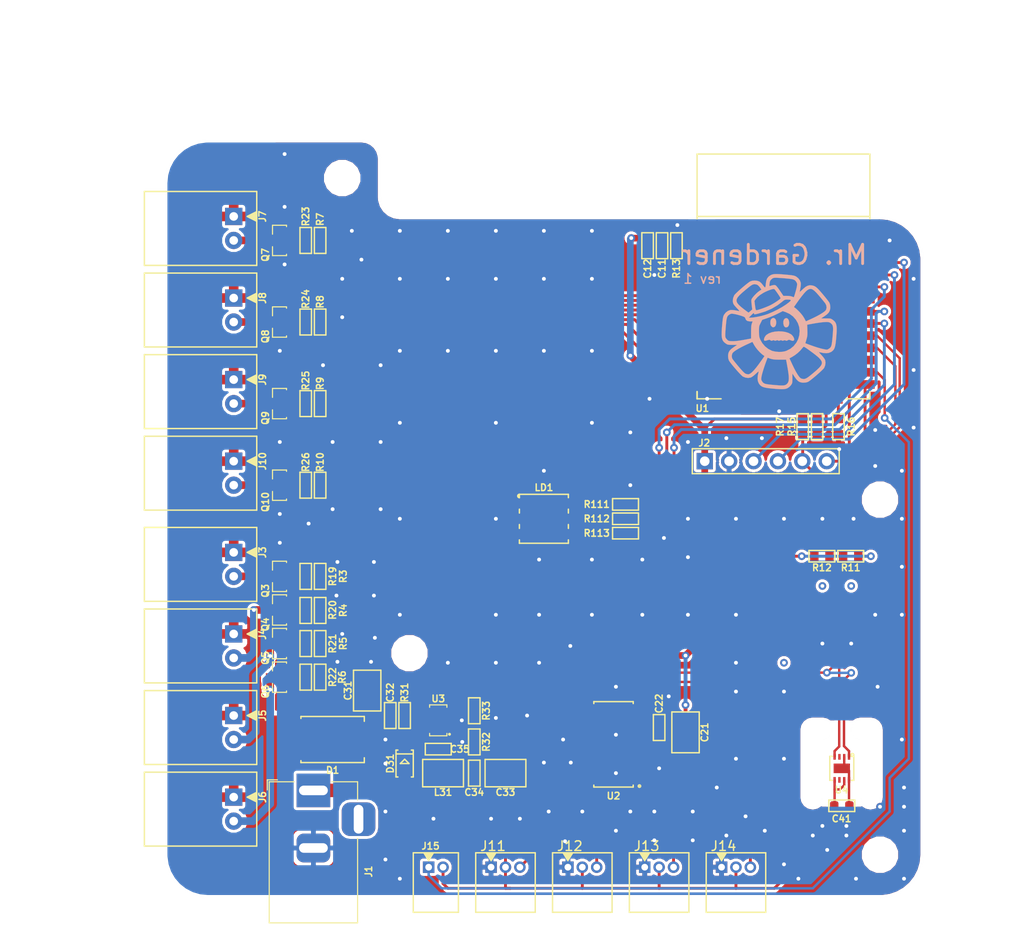
<source format=kicad_pcb>
(kicad_pcb (version 20171130) (host pcbnew 5.0.2-bee76a0~70~ubuntu18.04.1)
  (title_block (date 2019-04-06))
  (layers (0 F.Cu signal) (31 B.Cu signal) (34 B.Paste user) (35 F.Paste user) (36 B.SilkS user) (37 F.SilkS user) (38 B.Mask user) (39 F.Mask user) (44 Edge.Cuts user))
  (net 0 "")
  (net 1 GND)
  (net 2 /I2C_SDA)
  (net 3 "Net-(U4-Pad3)")
  (net 4 /I2C_SCL)
  (net 5 "Net-(U4-Pad6)")
  (net 6 +12V)
  (net 7 "Net-(J3-Pad2)")
  (net 8 "Net-(J5-Pad2)")
  (net 9 "Net-(J6-Pad2)")
  (net 10 "Net-(J7-Pad2)")
  (net 11 /LED_PWM1)
  (net 12 /LED_PWM2)
  (net 13 "Net-(J8-Pad2)")
  (net 14 "Net-(J9-Pad2)")
  (net 15 /LED_PWM3)
  (net 16 /LED_PWM4)
  (net 17 "Net-(J10-Pad2)")
  (net 18 "Net-(J4-Pad2)")
  (net 19 /ADC_SOIL4)
  (net 20 /ADC_SOIL3)
  (net 21 /ADC_SOIL2)
  (net 22 /ADC_SOIL1)
  (net 23 "Net-(U1-Pad4)")
  (net 24 "Net-(U1-Pad5)")
  (net 25 "Net-(U1-Pad17)")
  (net 26 "Net-(U1-Pad18)")
  (net 27 "Net-(U1-Pad19)")
  (net 28 "Net-(U1-Pad20)")
  (net 29 "Net-(U1-Pad21)")
  (net 30 "Net-(U1-Pad22)")
  (net 31 "Net-(U1-Pad27)")
  (net 32 "Net-(U1-Pad32)")
  (net 33 "Net-(U1-Pad36)")
  (net 34 "Net-(U1-Pad37)")
  (net 35 +3V3)
  (net 36 /IO0)
  (net 37 /EN)
  (net 38 "Net-(C35-Pad1)")
  (net 39 "Net-(R32-Pad2)")
  (net 40 "Net-(R31-Pad2)")
  (net 41 "Net-(C35-Pad2)")
  (net 42 "Net-(D1-Pad2)")
  (net 43 /UART_RX)
  (net 44 /UART_TX)
  (net 45 /PUMP1)
  (net 46 /PUMP2)
  (net 47 /PUMP3)
  (net 48 /PUMP4)
  (net 49 "Net-(R16-Pad1)")
  (net 50 "Net-(R15-Pad1)")
  (net 51 /PWM_LED_B)
  (net 52 /PWM_LED_G)
  (net 53 /PWM_LED_R)
  (net 54 /WATER_LVL_SW)
  (net 55 "Net-(Q4-Pad1)")
  (net 56 "Net-(Q3-Pad1)")
  (net 57 "Net-(Q5-Pad1)")
  (net 58 "Net-(Q6-Pad1)")
  (net 59 "Net-(Q8-Pad1)")
  (net 60 "Net-(Q9-Pad1)")
  (net 61 "Net-(Q10-Pad1)")
  (net 62 "Net-(Q7-Pad1)")
  (net 63 "Net-(LD1-Pad2)")
  (net 64 "Net-(LD1-Pad6)")
  (net 65 "Net-(LD1-Pad4)")
  (net 66 "Net-(U1-Pad6)")
  (net 67 "Net-(U1-Pad7)")
  (module MRS_Communication:ESP32-WROOM (layer F.Cu) (at 244.95 87.75)
    (fp_text reference U1 (at -8.45 10.75) (layer F.SilkS) (effects (font (size 0.7 0.7))))
    (fp_text value ESP32-WROOM hide)
    (pad 39 smd rect (at -1.02 -0.77) (size 5 5) (layers F.Cu F.Paste F.Mask) (net 1 GND))
    (pad 38 smd rect (at 8.495 -8.255) (size 2 0.9) (layers F.Cu F.Paste F.Mask) (net 1 GND))
    (pad 37 smd rect (at 8.495 -6.985) (size 2 0.9) (layers F.Cu F.Paste F.Mask) (net 34 "Net-(U1-Pad37)"))
    (pad 36 smd rect (at 8.495 -5.715) (size 2 0.9) (layers F.Cu F.Paste F.Mask) (net 33 "Net-(U1-Pad36)"))
    (pad 35 smd rect (at 8.495 -4.445) (size 2 0.9) (layers F.Cu F.Paste F.Mask) (net 44 /UART_TX))
    (pad 34 smd rect (at 8.495 -3.175) (size 2 0.9) (layers F.Cu F.Paste F.Mask) (net 43 /UART_RX))
    (pad 33 smd rect (at 8.495 -1.905) (size 2 0.9) (layers F.Cu F.Paste F.Mask) (net 52 /PWM_LED_G))
    (pad 32 smd rect (at 8.495 -0.635) (size 2 0.9) (layers F.Cu F.Paste F.Mask) (net 32 "Net-(U1-Pad32)"))
    (pad 31 smd rect (at 8.495 0.635) (size 2 0.9) (layers F.Cu F.Paste F.Mask) (net 53 /PWM_LED_R))
    (pad 30 smd rect (at 8.495 1.905) (size 2 0.9) (layers F.Cu F.Paste F.Mask) (net 51 /PWM_LED_B))
    (pad 29 smd rect (at 8.495 3.175) (size 2 0.9) (layers F.Cu F.Paste F.Mask) (net 4 /I2C_SCL))
    (pad 28 smd rect (at 8.495 4.445) (size 2 0.9) (layers F.Cu F.Paste F.Mask) (net 2 /I2C_SDA))
    (pad 27 smd rect (at 8.495 5.715) (size 2 0.9) (layers F.Cu F.Paste F.Mask) (net 31 "Net-(U1-Pad27)"))
    (pad 26 smd rect (at 8.495 6.985) (size 2 0.9) (layers F.Cu F.Paste F.Mask) (net 54 /WATER_LVL_SW))
    (pad 25 smd rect (at 8.495 8.255) (size 2 0.9) (layers F.Cu F.Paste F.Mask) (net 36 /IO0))
    (pad 24 smd rect (at 5.71 9.255 90) (size 2 0.9) (layers F.Cu F.Paste F.Mask) (net 49 "Net-(R16-Pad1)"))
    (pad 23 smd rect (at 4.44 9.255 90) (size 2 0.9) (layers F.Cu F.Paste F.Mask) (net 50 "Net-(R15-Pad1)"))
    (pad 22 smd rect (at 3.17 9.255 90) (size 2 0.9) (layers F.Cu F.Paste F.Mask) (net 30 "Net-(U1-Pad22)"))
    (pad 21 smd rect (at 1.9 9.255 90) (size 2 0.9) (layers F.Cu F.Paste F.Mask) (net 29 "Net-(U1-Pad21)"))
    (pad 20 smd rect (at 0.63 9.255 90) (size 2 0.9) (layers F.Cu F.Paste F.Mask) (net 28 "Net-(U1-Pad20)"))
    (pad 19 smd rect (at -0.64 9.255 90) (size 2 0.9) (layers F.Cu F.Paste F.Mask) (net 27 "Net-(U1-Pad19)"))
    (pad 18 smd rect (at -1.91 9.255 90) (size 2 0.9) (layers F.Cu F.Paste F.Mask) (net 26 "Net-(U1-Pad18)"))
    (pad 17 smd rect (at -3.18 9.255 270) (size 2 0.9) (layers F.Cu F.Paste F.Mask) (net 25 "Net-(U1-Pad17)"))
    (pad 16 smd rect (at -4.45 9.255 90) (size 2 0.9) (layers F.Cu F.Paste F.Mask) (net 48 /PUMP4))
    (pad 15 smd rect (at -5.72 9.255 90) (size 2 0.9) (layers F.Cu F.Paste F.Mask) (net 1 GND))
    (pad 14 smd rect (at -8.505 8.255) (size 2 0.9) (layers F.Cu F.Paste F.Mask) (net 47 /PUMP3))
    (pad 13 smd rect (at -8.505 6.985) (size 2 0.9) (layers F.Cu F.Paste F.Mask) (net 46 /PUMP2))
    (pad 12 smd rect (at -8.505 5.715) (size 2 0.9) (layers F.Cu F.Paste F.Mask) (net 45 /PUMP1))
    (pad 11 smd rect (at -8.505 4.445) (size 2 0.9) (layers F.Cu F.Paste F.Mask) (net 16 /LED_PWM4))
    (pad 10 smd rect (at -8.505 3.175) (size 2 0.9) (layers F.Cu F.Paste F.Mask) (net 15 /LED_PWM3))
    (pad 9 smd rect (at -8.505 1.905) (size 2 0.9) (layers F.Cu F.Paste F.Mask) (net 12 /LED_PWM2))
    (pad 8 smd rect (at -8.505 0.635) (size 2 0.9) (layers F.Cu F.Paste F.Mask) (net 11 /LED_PWM1))
    (pad 7 smd rect (at -8.505 -0.635) (size 2 0.9) (layers F.Cu F.Paste F.Mask) (net 67 "Net-(U1-Pad7)"))
    (pad 6 smd rect (at -8.505 -1.905) (size 2 0.9) (layers F.Cu F.Paste F.Mask) (net 66 "Net-(U1-Pad6)"))
    (pad 5 smd rect (at -8.505 -3.175) (size 2 0.9) (layers F.Cu F.Paste F.Mask) (net 24 "Net-(U1-Pad5)"))
    (pad 4 smd rect (at -8.505 -4.445) (size 2 0.9) (layers F.Cu F.Paste F.Mask) (net 23 "Net-(U1-Pad4)"))
    (pad 3 smd rect (at -8.505 -5.715) (size 2 0.9) (layers F.Cu F.Paste F.Mask) (net 37 /EN))
    (pad 2 smd rect (at -8.505 -6.985) (size 2 0.9) (layers F.Cu F.Paste F.Mask) (net 35 +3V3))
    (pad 1 smd rect (at -8.505 -8.255) (size 2 0.9) (layers F.Cu F.Paste F.Mask) (net 1 GND))
  )
  (module MRS_Connectors:S2B-ZR (layer F.Cu) (at 208 146.3)
    (fp_text reference J15 (at 0.2 -2.2) (layer F.SilkS) (effects (font (size 0.7 0.7))))
    (fp_text value S2B-ZR hide)
    (pad 1 thru_hole rect (at 0 0) (size 1.2 1.2) (drill 0.7) (layers *.Cu *.Mask) (net 54 /WATER_LVL_SW))
    (pad 2 thru_hole circle (at 1.5 0) (size 1.2 1.2) (drill 0.7) (layers *.Cu *.Mask) (net 35 +3V3))
  )
  (module MRS_Connectors:S3B-ZR (layer F.Cu) (at 238.5 146.3)
    (fp_text reference J14 (at 0.2 -2.2) (layer F.SilkS))
    (fp_text value S3B-ZR hide)
    (pad 3 thru_hole circle (at 3 0) (size 1.2 1.2) (drill 0.7) (layers *.Cu *.Mask) (net 19 /ADC_SOIL4))
    (pad 2 thru_hole circle (at 1.5 0) (size 1.2 1.2) (drill 0.7) (layers *.Cu *.Mask) (net 35 +3V3))
    (pad 1 thru_hole rect (at 0 0) (size 1.2 1.2) (drill 0.7) (layers *.Cu *.Mask) (net 1 GND))
  )
  (module MRS_Connectors:S3B-ZR (layer F.Cu) (at 230.5 146.3)
    (fp_text reference J13 (at 0.2 -2.2) (layer F.SilkS))
    (fp_text value S3B-ZR hide)
    (pad 3 thru_hole circle (at 3 0) (size 1.2 1.2) (drill 0.7) (layers *.Cu *.Mask) (net 20 /ADC_SOIL3))
    (pad 2 thru_hole circle (at 1.5 0) (size 1.2 1.2) (drill 0.7) (layers *.Cu *.Mask) (net 35 +3V3))
    (pad 1 thru_hole rect (at 0 0) (size 1.2 1.2) (drill 0.7) (layers *.Cu *.Mask) (net 1 GND))
  )
  (module MRS_Connectors:S3B-ZR (layer F.Cu) (at 222.5 146.3)
    (fp_text reference J12 (at 0.2 -2.2) (layer F.SilkS))
    (fp_text value S3B-ZR hide)
    (pad 3 thru_hole circle (at 3 0) (size 1.2 1.2) (drill 0.7) (layers *.Cu *.Mask) (net 21 /ADC_SOIL2))
    (pad 2 thru_hole circle (at 1.5 0) (size 1.2 1.2) (drill 0.7) (layers *.Cu *.Mask) (net 35 +3V3))
    (pad 1 thru_hole rect (at 0 0) (size 1.2 1.2) (drill 0.7) (layers *.Cu *.Mask) (net 1 GND))
  )
  (module MRS_Connectors:S3B-ZR (layer F.Cu) (at 214.5 146.3)
    (fp_text reference J11 (at 0.2 -2.2) (layer F.SilkS))
    (fp_text value S3B-ZR hide)
    (pad 3 thru_hole circle (at 3 0) (size 1.2 1.2) (drill 0.7) (layers *.Cu *.Mask) (net 22 /ADC_SOIL1))
    (pad 2 thru_hole circle (at 1.5 0) (size 1.2 1.2) (drill 0.7) (layers *.Cu *.Mask) (net 35 +3V3))
    (pad 1 thru_hole rect (at 0 0) (size 1.2 1.2) (drill 0.7) (layers *.Cu *.Mask) (net 1 GND))
  )
  (module MRS_Mechanical:Mounting_hole_unplated_3,2mm (layer F.Cu) (at 255 108)
    (fp_text reference H4 hide)
    (fp_text value Mounting_hole_unplated_3,2mm hide)
    (pad "" np_thru_hole circle (at 0 0) (size 3.2 3.2) (drill 3.2) (layers *.Cu *.Mask))
  )
  (module MRS_Mechanical:Mounting_hole_unplated_3,2mm (layer F.Cu) (at 199 74.5)
    (fp_text reference H3 hide)
    (fp_text value Mounting_hole_unplated_3,2mm hide)
    (pad "" np_thru_hole circle (at 0 0) (size 3.2 3.2) (drill 3.2) (layers *.Cu *.Mask))
  )
  (module MRS_Mechanical:Mounting_hole_unplated_3,2mm (layer F.Cu) (at 206 124)
    (fp_text reference H2 hide)
    (fp_text value Mounting_hole_unplated_3,2mm hide)
    (pad "" np_thru_hole circle (at 0 0) (size 3.2 3.2) (drill 3.2) (layers *.Cu *.Mask))
  )
  (module MRS_Mechanical:Mounting_hole_unplated_3,2mm (layer F.Cu) (at 255 145)
    (fp_text reference H1 hide)
    (fp_text value Mounting_hole_unplated_3,2mm hide)
    (pad "" np_thru_hole circle (at 0 0) (size 3.2 3.2) (drill 3.2) (layers *.Cu *.Mask))
  )
  (module Logos:mrg_gardener_12mm (layer B.Cu) (at 244.5 90.5 180)
    (fp_text reference H111 hide)
    (fp_text value Mr_Gardener_Logo_Small hide)
  )
  (module MRS_Passives:C1210 (layer F.Cu) (at 201.6 127.9 90)
    (fp_text reference C31 (at 0 -2 90) (layer F.SilkS) (effects (font (size 0.7 0.7))))
    (fp_text value 10uF hide)
    (pad 2 smd roundrect (at 1.4 0 90) (size 1.25 2.65) (layers F.Cu F.Paste F.Mask) (roundrect_rratio 0.2) (net 1 GND))
    (pad 1 smd roundrect (at -1.4 0 90) (size 1.25 2.65) (layers F.Cu F.Paste F.Mask) (roundrect_rratio 0.2) (net 6 +12V))
  )
  (module MRS_TO:TO-277-3 (layer F.Cu) (at 198 133 180)
    (fp_text reference D1 (at 0 -3.2 180) (layer F.SilkS) (effects (font (size 0.7 0.7))))
    (fp_text value PPS1045-3G hide)
    (pad 2 smd rect (at -2.9 -1) (size 1.45 1.45) (layers F.Cu F.Paste F.Mask) (net 42 "Net-(D1-Pad2)"))
    (pad 2 smd rect (at -2.9 1) (size 1.45 1.45) (layers F.Cu F.Paste F.Mask) (net 42 "Net-(D1-Pad2)"))
    (pad 1 smd rect (at 1.2 0) (size 5 4.2) (layers F.Cu F.Mask) (net 6 +12V))
  )
  (module MRS_Passives:R0603 (layer F.Cu) (at 196.7 81 90)
    (fp_text reference R7 (at 2.2 0 90) (layer F.SilkS) (effects (font (size 0.7 0.7))))
    (fp_text value 10k hide)
    (pad 1 smd rect (at -0.7875 0 90) (size 0.875 0.95) (layers F.Cu F.Paste F.Mask) (net 11 /LED_PWM1))
    (pad 2 smd rect (at 0.7875 0 90) (size 0.875 0.95) (layers F.Cu F.Paste F.Mask) (net 1 GND))
  )
  (module MRS_Passives:R0603 (layer F.Cu) (at 195.2 106.5 90)
    (fp_text reference R26 (at 2.4 0 90) (layer F.SilkS) (effects (font (size 0.7 0.7))))
    (fp_text value 1k hide)
    (pad 1 smd rect (at -0.7875 0 90) (size 0.875 0.95) (layers F.Cu F.Paste F.Mask) (net 61 "Net-(Q10-Pad1)"))
    (pad 2 smd rect (at 0.7875 0 90) (size 0.875 0.95) (layers F.Cu F.Paste F.Mask) (net 16 /LED_PWM4))
  )
  (module MRS_Passives:R0603 (layer F.Cu) (at 195.2 98 90)
    (fp_text reference R25 (at 2.4 0 90) (layer F.SilkS) (effects (font (size 0.7 0.7))))
    (fp_text value 1k hide)
    (pad 2 smd rect (at 0.7875 0 90) (size 0.875 0.95) (layers F.Cu F.Paste F.Mask) (net 15 /LED_PWM3))
    (pad 1 smd rect (at -0.7875 0 90) (size 0.875 0.95) (layers F.Cu F.Paste F.Mask) (net 60 "Net-(Q9-Pad1)"))
  )
  (module MRS_Passives:R0603 (layer F.Cu) (at 195.2 89.5 90)
    (fp_text reference R24 (at 2.4 0 90) (layer F.SilkS) (effects (font (size 0.7 0.7))))
    (fp_text value 1k hide)
    (pad 1 smd rect (at -0.7875 0 90) (size 0.875 0.95) (layers F.Cu F.Paste F.Mask) (net 59 "Net-(Q8-Pad1)"))
    (pad 2 smd rect (at 0.7875 0 90) (size 0.875 0.95) (layers F.Cu F.Paste F.Mask) (net 12 /LED_PWM2))
  )
  (module MRS_Passives:R0603 (layer F.Cu) (at 195.2 81 90)
    (fp_text reference R23 (at 2.5 0 90) (layer F.SilkS) (effects (font (size 0.7 0.7))))
    (fp_text value 1k hide)
    (pad 2 smd rect (at 0.7875 0 90) (size 0.875 0.95) (layers F.Cu F.Paste F.Mask) (net 11 /LED_PWM1))
    (pad 1 smd rect (at -0.7875 0 90) (size 0.875 0.95) (layers F.Cu F.Paste F.Mask) (net 62 "Net-(Q7-Pad1)"))
  )
  (module MRS_Passives:R0603 (layer F.Cu) (at 195.2 126.5 90)
    (fp_text reference R22 (at 0 2.8 90) (layer F.SilkS) (effects (font (size 0.7 0.7))))
    (fp_text value 1k hide)
    (pad 1 smd rect (at -0.7875 0 90) (size 0.875 0.95) (layers F.Cu F.Paste F.Mask) (net 58 "Net-(Q6-Pad1)"))
    (pad 2 smd rect (at 0.7875 0 90) (size 0.875 0.95) (layers F.Cu F.Paste F.Mask) (net 48 /PUMP4))
  )
  (module MRS_Passives:R0603 (layer F.Cu) (at 195.2 123 90)
    (fp_text reference R21 (at 0 2.8 90) (layer F.SilkS) (effects (font (size 0.7 0.7))))
    (fp_text value 1k hide)
    (pad 2 smd rect (at 0.7875 0 90) (size 0.875 0.95) (layers F.Cu F.Paste F.Mask) (net 47 /PUMP3))
    (pad 1 smd rect (at -0.7875 0 90) (size 0.875 0.95) (layers F.Cu F.Paste F.Mask) (net 57 "Net-(Q5-Pad1)"))
  )
  (module MRS_Passives:R0603 (layer F.Cu) (at 195.2 119.55 90)
    (fp_text reference R20 (at 0.05 2.8 90) (layer F.SilkS) (effects (font (size 0.7 0.7))))
    (fp_text value 1k hide)
    (pad 1 smd rect (at -0.7875 0 90) (size 0.875 0.95) (layers F.Cu F.Paste F.Mask) (net 55 "Net-(Q4-Pad1)"))
    (pad 2 smd rect (at 0.7875 0 90) (size 0.875 0.95) (layers F.Cu F.Paste F.Mask) (net 46 /PUMP2))
  )
  (module MRS_Passives:R0603 (layer F.Cu) (at 195.2 116 90)
    (fp_text reference R19 (at 0 2.8 90) (layer F.SilkS) (effects (font (size 0.7 0.7))))
    (fp_text value 1k hide)
    (pad 2 smd rect (at 0.7875 0 90) (size 0.875 0.95) (layers F.Cu F.Paste F.Mask) (net 45 /PUMP1))
    (pad 1 smd rect (at -0.7875 0 90) (size 0.875 0.95) (layers F.Cu F.Paste F.Mask) (net 56 "Net-(Q3-Pad1)"))
  )
  (module MRS_Diodes:RF-W2SA50TS-A39R (layer F.Cu) (at 220 110)
    (fp_text reference LD1 (at 0 -3.25) (layer F.SilkS) (effects (font (size 0.7 0.7))))
    (fp_text value RF-W2SA50TS-A39R hide)
    (pad 1 smd rect (at -2.25 -1.6) (size 1.2 1) (layers F.Cu F.Paste F.Mask) (net 1 GND))
    (pad 2 smd rect (at 2.25 -1.6) (size 1.2 1) (layers F.Cu F.Paste F.Mask) (net 63 "Net-(LD1-Pad2)"))
    (pad 3 smd rect (at -2.25 0) (size 1.2 1) (layers F.Cu F.Paste F.Mask) (net 1 GND))
    (pad 4 smd rect (at 2.25 0) (size 1.2 1) (layers F.Cu F.Paste F.Mask) (net 65 "Net-(LD1-Pad4)"))
    (pad 5 smd rect (at -2.25 1.6) (size 1.2 1) (layers F.Cu F.Paste F.Mask) (net 1 GND))
    (pad 6 smd rect (at 2.25 1.6) (size 1.2 1) (layers F.Cu F.Paste F.Mask) (net 64 "Net-(LD1-Pad6)"))
  )
  (module MRS_Passives:R0603 (layer F.Cu) (at 228.5 111.5 180)
    (fp_text reference R113 (at 3 0 180) (layer F.SilkS) (effects (font (size 0.7 0.7))))
    (fp_text value 150R hide)
    (pad 2 smd rect (at 0.7875 0 180) (size 0.875 0.95) (layers F.Cu F.Paste F.Mask) (net 64 "Net-(LD1-Pad6)"))
    (pad 1 smd rect (at -0.7875 0 180) (size 0.875 0.95) (layers F.Cu F.Paste F.Mask) (net 51 /PWM_LED_B))
  )
  (module MRS_Passives:R0603 (layer F.Cu) (at 228.5 108.5 180)
    (fp_text reference R111 (at 3 0 180) (layer F.SilkS) (effects (font (size 0.7 0.7))))
    (fp_text value 150R hide)
    (pad 1 smd rect (at -0.7875 0 180) (size 0.875 0.95) (layers F.Cu F.Paste F.Mask) (net 52 /PWM_LED_G))
    (pad 2 smd rect (at 0.7875 0 180) (size 0.875 0.95) (layers F.Cu F.Paste F.Mask) (net 63 "Net-(LD1-Pad2)"))
  )
  (module MRS_Passives:R0603 (layer F.Cu) (at 228.5 110 180)
    (fp_text reference R112 (at 3 0 180) (layer F.SilkS) (effects (font (size 0.7 0.7))))
    (fp_text value 150R hide)
    (pad 2 smd rect (at 0.7875 0 180) (size 0.875 0.95) (layers F.Cu F.Paste F.Mask) (net 65 "Net-(LD1-Pad4)"))
    (pad 1 smd rect (at -0.7875 0 180) (size 0.875 0.95) (layers F.Cu F.Paste F.Mask) (net 53 /PWM_LED_R))
  )
  (module MRS_Passives:R0603 (layer F.Cu) (at 233.8 81.55 270)
    (fp_text reference R13 (at 2.4 0 270) (layer F.SilkS) (effects (font (size 0.7 0.7))))
    (fp_text value 10k hide)
    (pad 2 smd rect (at 0.7875 0 270) (size 0.875 0.95) (layers F.Cu F.Paste F.Mask) (net 37 /EN))
    (pad 1 smd rect (at -0.7875 0 270) (size 0.875 0.95) (layers F.Cu F.Paste F.Mask) (net 35 +3V3))
  )
  (module MRS_Passives:R0603 (layer F.Cu) (at 246.95 100.4 270)
    (fp_text reference R17 (at 0 2.35 270) (layer F.SilkS) (effects (font (size 0.7 0.7))))
    (fp_text value 10k hide)
    (pad 1 smd rect (at -0.7875 0 270) (size 0.875 0.95) (layers F.Cu F.Paste F.Mask) (net 35 +3V3))
    (pad 2 smd rect (at 0.7875 0 270) (size 0.875 0.95) (layers F.Cu F.Paste F.Mask) (net 36 /IO0))
  )
  (module MRS_Passives:R0603 (layer F.Cu) (at 248.45 100.4 90)
    (fp_text reference R15 (at 0 -2.65 90) (layer F.SilkS) (effects (font (size 0.7 0.7))))
    (fp_text value 10k hide)
    (pad 2 smd rect (at 0.7875 0 90) (size 0.875 0.95) (layers F.Cu F.Paste F.Mask) (net 35 +3V3))
    (pad 1 smd rect (at -0.7875 0 90) (size 0.875 0.95) (layers F.Cu F.Paste F.Mask) (net 50 "Net-(R15-Pad1)"))
  )
  (module MRS_Passives:R0603 (layer F.Cu) (at 250.675 100.4 270)
    (fp_text reference R16 (at 0 -1.325 270) (layer F.SilkS) (effects (font (size 0.7 0.7))))
    (fp_text value 10k hide)
    (pad 2 smd rect (at 0.7875 0 270) (size 0.875 0.95) (layers F.Cu F.Paste F.Mask) (net 1 GND))
    (pad 1 smd rect (at -0.7875 0 270) (size 0.875 0.95) (layers F.Cu F.Paste F.Mask) (net 49 "Net-(R16-Pad1)"))
  )
  (module MRS_Passives:R0603 (layer F.Cu) (at 251.95 113.9 180)
    (fp_text reference R11 (at 0 -1.2 180) (layer F.SilkS) (effects (font (size 0.7 0.7))))
    (fp_text value 10k hide)
    (pad 1 smd rect (at -0.7875 0 180) (size 0.875 0.95) (layers F.Cu F.Paste F.Mask) (net 35 +3V3))
    (pad 2 smd rect (at 0.7875 0 180) (size 0.875 0.95) (layers F.Cu F.Paste F.Mask) (net 4 /I2C_SCL))
  )
  (module MRS_Passives:R0603 (layer F.Cu) (at 248.95 113.9)
    (fp_text reference R12 (at 0 1.2) (layer F.SilkS) (effects (font (size 0.7 0.7))))
    (fp_text value 10k hide)
    (pad 2 smd rect (at 0.7875 0) (size 0.875 0.95) (layers F.Cu F.Paste F.Mask) (net 2 /I2C_SDA))
    (pad 1 smd rect (at -0.7875 0) (size 0.875 0.95) (layers F.Cu F.Paste F.Mask) (net 35 +3V3))
  )
  (module MRS_Passives:C0603 (layer F.Cu) (at 232 131.75 270)
    (fp_text reference C22 (at -2.5 0 270) (layer F.SilkS) (effects (font (size 0.7 0.7))))
    (fp_text value 1uF hide)
    (pad 2 smd roundrect (at 0.7875 0 270) (size 0.875 0.95) (layers F.Cu F.Paste F.Mask) (net 1 GND))
    (pad 1 smd roundrect (at -0.7875 0 270) (size 0.875 0.95) (layers F.Cu F.Paste F.Mask) (net 35 +3V3))
  )
  (module MRS_Passives:C1210 (layer F.Cu) (at 234.75 132.25 270)
    (fp_text reference C21 (at 0 -2 270) (layer F.SilkS) (effects (font (size 0.7 0.7))))
    (fp_text value 10uF hide)
    (pad 1 smd roundrect (at -1.4 0 270) (size 1.25 2.65) (layers F.Cu F.Paste F.Mask) (roundrect_rratio 0.2) (net 35 +3V3))
    (pad 2 smd roundrect (at 1.4 0 270) (size 1.25 2.65) (layers F.Cu F.Paste F.Mask) (roundrect_rratio 0.2) (net 1 GND))
  )
  (module MRS_Passives:C1210 (layer F.Cu) (at 216 136.5)
    (fp_text reference C33 (at 0 2) (layer F.SilkS) (effects (font (size 0.7 0.7))))
    (fp_text value 10uF hide)
    (pad 1 smd roundrect (at -1.4 0) (size 1.25 2.65) (layers F.Cu F.Paste F.Mask) (roundrect_rratio 0.2) (net 35 +3V3))
    (pad 2 smd roundrect (at 1.4 0) (size 1.25 2.65) (layers F.Cu F.Paste F.Mask) (roundrect_rratio 0.2) (net 1 GND))
  )
  (module MRS_Diodes:SOD-123 (layer F.Cu) (at 205.5 135.5 270)
    (fp_text reference D31 (at 0 1.5 270) (layer F.SilkS) (effects (font (size 0.7 0.7))))
    (fp_text value MBR230LSFT1G hide)
    (pad 2 smd rect (at 1.7 0 270) (size 0.9 1.2) (layers F.Cu F.Mask) (net 1 GND))
    (pad 1 smd rect (at -1.7 0 270) (size 0.9 1.2) (layers F.Cu F.Mask) (net 41 "Net-(C35-Pad2)"))
  )
  (module MRS_Passives:C0603 (layer F.Cu) (at 209 134 180)
    (fp_text reference C35 (at -2.25 0 180) (layer F.SilkS) (effects (font (size 0.7 0.7))))
    (fp_text value 10nF hide)
    (pad 2 smd roundrect (at 0.7875 0 180) (size 0.875 0.95) (layers F.Cu F.Paste F.Mask) (net 41 "Net-(C35-Pad2)"))
    (pad 1 smd roundrect (at -0.7875 0 180) (size 0.875 0.95) (layers F.Cu F.Paste F.Mask) (net 38 "Net-(C35-Pad1)"))
  )
  (module MRS_Passives:L1210 (layer F.Cu) (at 209.5 136.5)
    (fp_text reference L31 (at 0 2) (layer F.SilkS) (effects (font (size 0.7 0.7))))
    (fp_text value 2.2uH hide)
    (pad 1 smd roundrect (at -1.4 0) (size 1.25 2.65) (layers F.Cu F.Paste F.Mask) (roundrect_rratio 0.2) (net 41 "Net-(C35-Pad2)"))
    (pad 2 smd roundrect (at 1.4 0) (size 1.25 2.65) (layers F.Cu F.Paste F.Mask) (roundrect_rratio 0.2) (net 35 +3V3))
  )
  (module MRS_Passives:R0603 (layer F.Cu) (at 205.5 130.5 90)
    (fp_text reference R31 (at 2.4 0 90) (layer F.SilkS) (effects (font (size 0.7 0.7))))
    (fp_text value 10k hide)
    (pad 2 smd rect (at 0.7875 0 90) (size 0.875 0.95) (layers F.Cu F.Paste F.Mask) (net 40 "Net-(R31-Pad2)"))
    (pad 1 smd rect (at -0.7875 0 90) (size 0.875 0.95) (layers F.Cu F.Paste F.Mask) (net 6 +12V))
  )
  (module MRS_Passives:R0603 (layer F.Cu) (at 212.75 133.25 90)
    (fp_text reference R32 (at 0 1.25 90) (layer F.SilkS) (effects (font (size 0.7 0.7))))
    (fp_text value 49k9 hide)
    (pad 1 smd rect (at -0.7875 0 90) (size 0.875 0.95) (layers F.Cu F.Paste F.Mask) (net 35 +3V3))
    (pad 2 smd rect (at 0.7875 0 90) (size 0.875 0.95) (layers F.Cu F.Paste F.Mask) (net 39 "Net-(R32-Pad2)"))
  )
  (module MRS_Passives:R0603 (layer F.Cu) (at 212.75 130 90)
    (fp_text reference R33 (at 0 1.25 90) (layer F.SilkS) (effects (font (size 0.7 0.7))))
    (fp_text value 15k8 hide)
    (pad 2 smd rect (at 0.7875 0 90) (size 0.875 0.95) (layers F.Cu F.Paste F.Mask) (net 1 GND))
    (pad 1 smd rect (at -0.7875 0 90) (size 0.875 0.95) (layers F.Cu F.Paste F.Mask) (net 39 "Net-(R32-Pad2)"))
  )
  (module MRS_SO:SOIC-14 (layer F.Cu) (at 227.25 133.5 180)
    (fp_text reference U2 (at 0 -5.375 180) (layer F.SilkS) (effects (font (size 0.7 0.7))))
    (fp_text value MCP3424-E_SL hide)
    (pad 1 smd rect (at -2.7 -3.81 180) (size 1.5 0.6) (layers F.Cu F.Paste F.Mask) (net 20 /ADC_SOIL3))
    (pad 2 smd rect (at -2.7 -2.54 180) (size 1.5 0.6) (layers F.Cu F.Paste F.Mask) (net 1 GND))
    (pad 3 smd rect (at -2.7 -1.27 180) (size 1.5 0.6) (layers F.Cu F.Paste F.Mask) (net 19 /ADC_SOIL4))
    (pad 4 smd rect (at -2.7 0 180) (size 1.5 0.6) (layers F.Cu F.Paste F.Mask) (net 1 GND))
    (pad 5 smd rect (at -2.7 1.27 180) (size 1.5 0.6) (layers F.Cu F.Paste F.Mask) (net 1 GND))
    (pad 6 smd rect (at -2.7 2.54 180) (size 1.5 0.6) (layers F.Cu F.Paste F.Mask) (net 35 +3V3))
    (pad 7 smd rect (at -2.7 3.81 180) (size 1.5 0.6) (layers F.Cu F.Paste F.Mask) (net 4 /I2C_SCL))
    (pad 8 smd rect (at 2.7 3.81 180) (size 1.5 0.6) (layers F.Cu F.Paste F.Mask) (net 2 /I2C_SDA))
    (pad 9 smd rect (at 2.7 2.54 180) (size 1.5 0.6) (layers F.Cu F.Paste F.Mask) (net 1 GND))
    (pad 10 smd rect (at 2.7 1.27 180) (size 1.5 0.6) (layers F.Cu F.Paste F.Mask) (net 1 GND))
    (pad 11 smd rect (at 2.7 0 180) (size 1.5 0.6) (layers F.Cu F.Paste F.Mask) (net 22 /ADC_SOIL1))
    (pad 12 smd rect (at 2.7 -1.27 180) (size 1.5 0.6) (layers F.Cu F.Paste F.Mask) (net 1 GND))
    (pad 13 smd rect (at 2.7 -2.54 180) (size 1.5 0.6) (layers F.Cu F.Paste F.Mask) (net 21 /ADC_SOIL2))
    (pad 14 smd rect (at 2.7 -3.81 180) (size 1.5 0.6) (layers F.Cu F.Paste F.Mask) (net 1 GND))
  )
  (module MRS_SOT:SOT-23-6 (layer F.Cu) (at 209 131 180)
    (fp_text reference U3 (at 0 2.25 180) (layer F.SilkS) (effects (font (size 0.7 0.7))))
    (fp_text value AOZ1280 hide)
    (pad 1 smd rect (at -1.1 -0.95 180) (size 1.06 0.65) (layers F.Cu F.Paste F.Mask) (net 38 "Net-(C35-Pad1)"))
    (pad 2 smd rect (at -1.1 0 180) (size 1.06 0.65) (layers F.Cu F.Paste F.Mask) (net 1 GND))
    (pad 3 smd rect (at -1.1 0.95 180) (size 1.06 0.65) (layers F.Cu F.Paste F.Mask) (net 39 "Net-(R32-Pad2)"))
    (pad 4 smd rect (at 1.1 0.95 180) (size 1.06 0.65) (layers F.Cu F.Paste F.Mask) (net 40 "Net-(R31-Pad2)"))
    (pad 6 smd rect (at 1.1 -0.95 180) (size 1.06 0.65) (layers F.Cu F.Paste F.Mask) (net 41 "Net-(C35-Pad2)"))
    (pad 5 smd rect (at 1.1 0 180) (size 1.06 0.65) (layers F.Cu F.Paste F.Mask) (net 6 +12V))
  )
  (module MRS_Connectors:A2501WR-2P1 (layer F.Cu) (at 187.7 104 270)
    (fp_text reference J10 (at 0 -3 270) (layer F.SilkS) (effects (font (size 0.7 0.7))))
    (fp_text value A2501WR-2P1 hide)
    (pad 2 thru_hole circle (at 2.5 0 270) (size 1.8 1.8) (drill 0.9) (layers *.Cu *.Mask) (net 17 "Net-(J10-Pad2)"))
    (pad 1 thru_hole rect (at 0 0 270) (size 1.8 1.8) (drill 0.9) (layers *.Cu *.Mask) (net 6 +12V))
  )
  (module MRS_Connectors:A2501WR-2P1 (layer F.Cu) (at 187.7 95.5 270)
    (fp_text reference J9 (at 0 -3 270) (layer F.SilkS) (effects (font (size 0.7 0.7))))
    (fp_text value A2501WR-2P1 hide)
    (pad 1 thru_hole rect (at 0 0 270) (size 1.8 1.8) (drill 0.9) (layers *.Cu *.Mask) (net 6 +12V))
    (pad 2 thru_hole circle (at 2.5 0 270) (size 1.8 1.8) (drill 0.9) (layers *.Cu *.Mask) (net 14 "Net-(J9-Pad2)"))
  )
  (module MRS_Connectors:A2501WR-2P1 (layer F.Cu) (at 187.7 87 270)
    (fp_text reference J8 (at 0 -3 270) (layer F.SilkS) (effects (font (size 0.7 0.7))))
    (fp_text value A2501WR-2P1 hide)
    (pad 2 thru_hole circle (at 2.5 0 270) (size 1.8 1.8) (drill 0.9) (layers *.Cu *.Mask) (net 13 "Net-(J8-Pad2)"))
    (pad 1 thru_hole rect (at 0 0 270) (size 1.8 1.8) (drill 0.9) (layers *.Cu *.Mask) (net 6 +12V))
  )
  (module MRS_Connectors:A2501WR-2P1 (layer F.Cu) (at 187.7 78.5 270)
    (fp_text reference J7 (at 0 -3 270) (layer F.SilkS) (effects (font (size 0.7 0.7))))
    (fp_text value A2501WR-2P1 hide)
    (pad 1 thru_hole rect (at 0 0 270) (size 1.8 1.8) (drill 0.9) (layers *.Cu *.Mask) (net 6 +12V))
    (pad 2 thru_hole circle (at 2.5 0 270) (size 1.8 1.8) (drill 0.9) (layers *.Cu *.Mask) (net 10 "Net-(J7-Pad2)"))
  )
  (module MRS_Connectors:A2501WR-2P1 (layer F.Cu) (at 187.7 139 270)
    (fp_text reference J6 (at 0 -3 270) (layer F.SilkS) (effects (font (size 0.7 0.7))))
    (fp_text value A2501WR-2P1 hide)
    (pad 2 thru_hole circle (at 2.5 0 270) (size 1.8 1.8) (drill 0.9) (layers *.Cu *.Mask) (net 9 "Net-(J6-Pad2)"))
    (pad 1 thru_hole rect (at 0 0 270) (size 1.8 1.8) (drill 0.9) (layers *.Cu *.Mask) (net 6 +12V))
  )
  (module MRS_Connectors:A2501WR-2P1 (layer F.Cu) (at 187.7 130.5 270)
    (fp_text reference J5 (at 0 -3 270) (layer F.SilkS) (effects (font (size 0.7 0.7))))
    (fp_text value A2501WR-2P1 hide)
    (pad 1 thru_hole rect (at 0 0 270) (size 1.8 1.8) (drill 0.9) (layers *.Cu *.Mask) (net 6 +12V))
    (pad 2 thru_hole circle (at 2.5 0 270) (size 1.8 1.8) (drill 0.9) (layers *.Cu *.Mask) (net 8 "Net-(J5-Pad2)"))
  )
  (module MRS_Connectors:A2501WR-2P1 (layer F.Cu) (at 187.7 122 270)
    (fp_text reference J4 (at 0 -3 270) (layer F.SilkS) (effects (font (size 0.7 0.7))))
    (fp_text value A2501WR-2P1 hide)
    (pad 2 thru_hole circle (at 2.5 0 270) (size 1.8 1.8) (drill 0.9) (layers *.Cu *.Mask) (net 18 "Net-(J4-Pad2)"))
    (pad 1 thru_hole rect (at 0 0 270) (size 1.8 1.8) (drill 0.9) (layers *.Cu *.Mask) (net 6 +12V))
  )
  (module MRS_Connectors:A2501WR-2P1 (layer F.Cu) (at 187.7 113.5 270)
    (fp_text reference J3 (at 0 -3 270) (layer F.SilkS) (effects (font (size 0.7 0.7))))
    (fp_text value A2501WR-2P1 hide)
    (pad 1 thru_hole rect (at 0 0 270) (size 1.8 1.8) (drill 0.9) (layers *.Cu *.Mask) (net 6 +12V))
    (pad 2 thru_hole circle (at 2.5 0 270) (size 1.8 1.8) (drill 0.9) (layers *.Cu *.Mask) (net 7 "Net-(J3-Pad2)"))
  )
  (module MRS_Connectors:Header_1x06_P2.54mm (layer F.Cu) (at 236.75 104 90)
    (fp_text reference J2 (at 1.9 -0.05) (layer F.SilkS) (effects (font (size 0.7 0.7))))
    (fp_text value Header_1x6 hide)
    (pad 1 thru_hole rect (at 0 0 90) (size 1.7 1.7) (drill 1) (layers *.Cu *.Mask) (net 35 +3V3))
    (pad 2 thru_hole oval (at 0 2.54 90) (size 1.7 1.7) (drill 1) (layers *.Cu *.Mask) (net 1 GND))
    (pad 3 thru_hole oval (at 0 5.08 90) (size 1.7 1.7) (drill 1) (layers *.Cu *.Mask) (net 43 /UART_RX))
    (pad 4 thru_hole oval (at 0 7.62 90) (size 1.7 1.7) (drill 1) (layers *.Cu *.Mask) (net 44 /UART_TX))
    (pad 5 thru_hole oval (at 0 10.16 90) (size 1.7 1.7) (drill 1) (layers *.Cu *.Mask) (net 36 /IO0))
    (pad 6 thru_hole oval (at 0 12.7 90) (size 1.7 1.7) (drill 1) (layers *.Cu *.Mask) (net 37 /EN))
  )
  (module MRS_Connectors:BarrelJack_Horizontal (layer F.Cu) (at 196 138.3 90)
    (fp_text reference J1 (at -8.45 5.75 90) (layer F.SilkS) (effects (font (size 0.7 0.7))))
    (fp_text value Barrel_Jack hide)
    (pad 3 thru_hole roundrect (at -3 4.7 90) (size 3.5 3.5) (drill oval 3 1) (layers *.Cu *.Mask))
    (pad 2 thru_hole roundrect (at -6 0 90) (size 3 3.5) (drill oval 1 3) (layers *.Cu *.Mask) (net 1 GND))
    (pad 1 thru_hole rect (at 0 0 90) (size 3.5 3.5) (drill oval 1 3) (layers *.Cu *.Mask) (net 42 "Net-(D1-Pad2)"))
  )
  (module MRS_Passives:C0603 (layer F.Cu) (at 204 130.5 90)
    (fp_text reference C32 (at 2.4 0 90) (layer F.SilkS) (effects (font (size 0.7 0.7))))
    (fp_text value 1uF hide)
    (pad 2 smd roundrect (at 0.7875 0 90) (size 0.875 0.95) (layers F.Cu F.Paste F.Mask) (net 1 GND))
    (pad 1 smd roundrect (at -0.7875 0 90) (size 0.875 0.95) (layers F.Cu F.Paste F.Mask) (net 6 +12V))
  )
  (module MRS_Passives:C0603 (layer F.Cu) (at 230.8 81.55 270)
    (fp_text reference C12 (at 2.4 0 270) (layer F.SilkS) (effects (font (size 0.7 0.7))))
    (fp_text value 0.1uF hide)
    (pad 1 smd roundrect (at -0.7875 0 270) (size 0.875 0.95) (layers F.Cu F.Paste F.Mask) (net 35 +3V3))
    (pad 2 smd roundrect (at 0.7875 0 270) (size 0.875 0.95) (layers F.Cu F.Paste F.Mask) (net 1 GND))
  )
  (module MRS_Passives:C0603 (layer F.Cu) (at 232.3 81.55 270)
    (fp_text reference C11 (at 2.4 0 270) (layer F.SilkS) (effects (font (size 0.7 0.7))))
    (fp_text value 1uF hide)
    (pad 2 smd roundrect (at 0.7875 0 270) (size 0.875 0.95) (layers F.Cu F.Paste F.Mask) (net 1 GND))
    (pad 1 smd roundrect (at -0.7875 0 270) (size 0.875 0.95) (layers F.Cu F.Paste F.Mask) (net 35 +3V3))
  )
  (module MRS_Passives:C0603 (layer F.Cu) (at 212.75 136.5 270)
    (fp_text reference C34 (at 2 0) (layer F.SilkS) (effects (font (size 0.7 0.7))))
    (fp_text value 1uF hide)
    (pad 1 smd roundrect (at -0.7875 0 270) (size 0.875 0.95) (layers F.Cu F.Paste F.Mask) (net 35 +3V3))
    (pad 2 smd roundrect (at 0.7875 0 270) (size 0.875 0.95) (layers F.Cu F.Paste F.Mask) (net 1 GND))
  )
  (module MRS_Passives:C0603 (layer F.Cu) (at 251.021824 139.902855)
    (fp_text reference C41 (at -0.021824 1.347145) (layer F.SilkS) (effects (font (size 0.7 0.7))))
    (fp_text value 0.1uF hide)
    (pad 2 smd roundrect (at 0.7875 0) (size 0.875 0.95) (layers F.Cu F.Paste F.Mask) (net 1 GND))
    (pad 1 smd roundrect (at -0.7875 0) (size 0.875 0.95) (layers F.Cu F.Paste F.Mask) (net 35 +3V3))
  )
  (module MRS_Passives:R0603 (layer F.Cu) (at 196.7 126.5 90)
    (fp_text reference R6 (at 0 2.3 90) (layer F.SilkS) (effects (font (size 0.7 0.7))))
    (fp_text value 10k hide)
    (pad 2 smd rect (at 0.7875 0 90) (size 0.875 0.95) (layers F.Cu F.Paste F.Mask) (net 1 GND))
    (pad 1 smd rect (at -0.7875 0 90) (size 0.875 0.95) (layers F.Cu F.Paste F.Mask) (net 48 /PUMP4))
  )
  (module MRS_Passives:R0603 (layer F.Cu) (at 196.7 123 90)
    (fp_text reference R5 (at 0 2.4 90) (layer F.SilkS) (effects (font (size 0.7 0.7))))
    (fp_text value 10k hide)
    (pad 1 smd rect (at -0.7875 0 90) (size 0.875 0.95) (layers F.Cu F.Paste F.Mask) (net 47 /PUMP3))
    (pad 2 smd rect (at 0.7875 0 90) (size 0.875 0.95) (layers F.Cu F.Paste F.Mask) (net 1 GND))
  )
  (module MRS_Passives:R0603 (layer F.Cu) (at 196.7 119.55 90)
    (fp_text reference R4 (at 0 2.4 90) (layer F.SilkS) (effects (font (size 0.7 0.7))))
    (fp_text value 10k hide)
    (pad 2 smd rect (at 0.7875 0 90) (size 0.875 0.95) (layers F.Cu F.Paste F.Mask) (net 1 GND))
    (pad 1 smd rect (at -0.7875 0 90) (size 0.875 0.95) (layers F.Cu F.Paste F.Mask) (net 46 /PUMP2))
  )
  (module MRS_Passives:R0603 (layer F.Cu) (at 196.7 89.5 90)
    (fp_text reference R8 (at 2.1 0 90) (layer F.SilkS) (effects (font (size 0.7 0.7))))
    (fp_text value 10k hide)
    (pad 2 smd rect (at 0.7875 0 90) (size 0.875 0.95) (layers F.Cu F.Paste F.Mask) (net 1 GND))
    (pad 1 smd rect (at -0.7875 0 90) (size 0.875 0.95) (layers F.Cu F.Paste F.Mask) (net 12 /LED_PWM2))
  )
  (module MRS_Passives:R0603 (layer F.Cu) (at 196.7 98 90)
    (fp_text reference R9 (at 2.1 0 90) (layer F.SilkS) (effects (font (size 0.7 0.7))))
    (fp_text value 10k hide)
    (pad 1 smd rect (at -0.7875 0 90) (size 0.875 0.95) (layers F.Cu F.Paste F.Mask) (net 15 /LED_PWM3))
    (pad 2 smd rect (at 0.7875 0 90) (size 0.875 0.95) (layers F.Cu F.Paste F.Mask) (net 1 GND))
  )
  (module MRS_Passives:R0603 (layer F.Cu) (at 196.7 106.5 90)
    (fp_text reference R10 (at 2.4 0 90) (layer F.SilkS) (effects (font (size 0.7 0.7))))
    (fp_text value 10k hide)
    (pad 2 smd rect (at 0.7875 0 90) (size 0.875 0.95) (layers F.Cu F.Paste F.Mask) (net 1 GND))
    (pad 1 smd rect (at -0.7875 0 90) (size 0.875 0.95) (layers F.Cu F.Paste F.Mask) (net 16 /LED_PWM4))
  )
  (module MRS_Passives:R0603 (layer F.Cu) (at 196.7 116 90)
    (fp_text reference R3 (at 0 2.4 90) (layer F.SilkS) (effects (font (size 0.7 0.7))))
    (fp_text value 10k hide)
    (pad 2 smd rect (at 0.7875 0 90) (size 0.875 0.95) (layers F.Cu F.Paste F.Mask) (net 1 GND))
    (pad 1 smd rect (at -0.7875 0 90) (size 0.875 0.95) (layers F.Cu F.Paste F.Mask) (net 45 /PUMP1))
  )
  (module MRS_SOT:SOT-23 (layer F.Cu) (at 192.5 116 180)
    (fp_text reference Q3 (at 1.5 -1.5 270) (layer F.SilkS) (effects (font (size 0.7 0.7))))
    (fp_text value IRLML6346TRPBF hide)
    (pad 2 smd rect (at -1 0.95 180) (size 0.9 0.8) (layers F.Cu F.Paste F.Mask) (net 1 GND))
    (pad 1 smd rect (at -1 -0.95 180) (size 0.9 0.8) (layers F.Cu F.Paste F.Mask) (net 56 "Net-(Q3-Pad1)"))
    (pad 3 smd rect (at 1 0 180) (size 0.9 0.8) (layers F.Cu F.Paste F.Mask) (net 7 "Net-(J3-Pad2)"))
  )
  (module MRS_SOT:SOT-23 (layer F.Cu) (at 192.5 106.5 180)
    (fp_text reference Q10 (at 1.5 -1.75 270) (layer F.SilkS) (effects (font (size 0.7 0.7))))
    (fp_text value IRLML6346TRPBF hide)
    (pad 3 smd rect (at 1 0 180) (size 0.9 0.8) (layers F.Cu F.Paste F.Mask) (net 17 "Net-(J10-Pad2)"))
    (pad 1 smd rect (at -1 -0.95 180) (size 0.9 0.8) (layers F.Cu F.Paste F.Mask) (net 61 "Net-(Q10-Pad1)"))
    (pad 2 smd rect (at -1 0.95 180) (size 0.9 0.8) (layers F.Cu F.Paste F.Mask) (net 1 GND))
  )
  (module MRS_SOT:SOT-23 (layer F.Cu) (at 192.5 98 180)
    (fp_text reference Q9 (at 1.5 -1.5 270) (layer F.SilkS) (effects (font (size 0.7 0.7))))
    (fp_text value IRLML6346TRPBF hide)
    (pad 2 smd rect (at -1 0.95 180) (size 0.9 0.8) (layers F.Cu F.Paste F.Mask) (net 1 GND))
    (pad 1 smd rect (at -1 -0.95 180) (size 0.9 0.8) (layers F.Cu F.Paste F.Mask) (net 60 "Net-(Q9-Pad1)"))
    (pad 3 smd rect (at 1 0 180) (size 0.9 0.8) (layers F.Cu F.Paste F.Mask) (net 14 "Net-(J9-Pad2)"))
  )
  (module MRS_SOT:SOT-23 (layer F.Cu) (at 192.5 89.5 180)
    (fp_text reference Q8 (at 1.5 -1.5 270) (layer F.SilkS) (effects (font (size 0.7 0.7))))
    (fp_text value IRLML6346TRPBF hide)
    (pad 3 smd rect (at 1 0 180) (size 0.9 0.8) (layers F.Cu F.Paste F.Mask) (net 13 "Net-(J8-Pad2)"))
    (pad 1 smd rect (at -1 -0.95 180) (size 0.9 0.8) (layers F.Cu F.Paste F.Mask) (net 59 "Net-(Q8-Pad1)"))
    (pad 2 smd rect (at -1 0.95 180) (size 0.9 0.8) (layers F.Cu F.Paste F.Mask) (net 1 GND))
  )
  (module MRS_SOT:SOT-23 (layer F.Cu) (at 192.5 81 180)
    (fp_text reference Q7 (at 1.5 -1.5 270) (layer F.SilkS) (effects (font (size 0.7 0.7))))
    (fp_text value IRLML6346TRPBF hide)
    (pad 2 smd rect (at -1 0.95 180) (size 0.9 0.8) (layers F.Cu F.Paste F.Mask) (net 1 GND))
    (pad 1 smd rect (at -1 -0.95 180) (size 0.9 0.8) (layers F.Cu F.Paste F.Mask) (net 62 "Net-(Q7-Pad1)"))
    (pad 3 smd rect (at 1 0 180) (size 0.9 0.8) (layers F.Cu F.Paste F.Mask) (net 10 "Net-(J7-Pad2)"))
  )
  (module MRS_SOT:SOT-23 (layer F.Cu) (at 192.5 126.5 180)
    (fp_text reference Q6 (at 1.5 -1.5 270) (layer F.SilkS) (effects (font (size 0.7 0.7))))
    (fp_text value IRLML6346TRPBF hide)
    (pad 3 smd rect (at 1 0 180) (size 0.9 0.8) (layers F.Cu F.Paste F.Mask) (net 9 "Net-(J6-Pad2)"))
    (pad 1 smd rect (at -1 -0.95 180) (size 0.9 0.8) (layers F.Cu F.Paste F.Mask) (net 58 "Net-(Q6-Pad1)"))
    (pad 2 smd rect (at -1 0.95 180) (size 0.9 0.8) (layers F.Cu F.Paste F.Mask) (net 1 GND))
  )
  (module MRS_SOT:SOT-23 (layer F.Cu) (at 192.5 123 180)
    (fp_text reference Q5 (at 1.5 -1.5 270) (layer F.SilkS) (effects (font (size 0.7 0.7))))
    (fp_text value IRLML6346TRPBF hide)
    (pad 2 smd rect (at -1 0.95 180) (size 0.9 0.8) (layers F.Cu F.Paste F.Mask) (net 1 GND))
    (pad 1 smd rect (at -1 -0.95 180) (size 0.9 0.8) (layers F.Cu F.Paste F.Mask) (net 57 "Net-(Q5-Pad1)"))
    (pad 3 smd rect (at 1 0 180) (size 0.9 0.8) (layers F.Cu F.Paste F.Mask) (net 8 "Net-(J5-Pad2)"))
  )
  (module MRS_SOT:SOT-23 (layer F.Cu) (at 192.5 119.5 180)
    (fp_text reference Q4 (at 1.5 -1.5 270) (layer F.SilkS) (effects (font (size 0.7 0.7))))
    (fp_text value IRLML6346TRPBF hide)
    (pad 3 smd rect (at 1 0 180) (size 0.9 0.8) (layers F.Cu F.Paste F.Mask) (net 18 "Net-(J4-Pad2)"))
    (pad 1 smd rect (at -1 -0.95 180) (size 0.9 0.8) (layers F.Cu F.Paste F.Mask) (net 55 "Net-(Q4-Pad1)"))
    (pad 2 smd rect (at -1 0.95 180) (size 0.9 0.8) (layers F.Cu F.Paste F.Mask) (net 1 GND))
  )
  (module MRS_Sensors:SHT31 (layer F.Cu) (at 251.021824 136.002855 270)
    (fp_text reference U4 (at 2.247145 0.021824) (layer F.SilkS) (effects (font (size 0.7 0.7))))
    (fp_text value SHT31 hide)
    (pad 1 smd rect (at -1.2 -0.75 270) (size 0.6 0.25) (layers F.Cu F.Paste F.Mask) (net 2 /I2C_SDA))
    (pad 2 smd rect (at -1.2 -0.25 270) (size 0.6 0.25) (layers F.Cu F.Paste F.Mask) (net 1 GND))
    (pad 3 smd rect (at -1.2 0.25 270) (size 0.6 0.25) (layers F.Cu F.Paste F.Mask) (net 3 "Net-(U4-Pad3)"))
    (pad 4 smd rect (at -1.2 0.75 270) (size 0.6 0.25) (layers F.Cu F.Paste F.Mask) (net 4 /I2C_SCL))
    (pad 5 smd rect (at 1.2 0.75 270) (size 0.6 0.25) (layers F.Cu F.Paste F.Mask) (net 35 +3V3))
    (pad 6 smd rect (at 1.2 0.25 270) (size 0.6 0.25) (layers F.Cu F.Paste F.Mask) (net 5 "Net-(U4-Pad6)"))
    (pad 7 smd rect (at 1.2 -0.25 270) (size 0.6 0.25) (layers F.Cu F.Paste F.Mask) (net 35 +3V3))
    (pad 8 smd rect (at 1.2 -0.75 270) (size 0.6 0.25) (layers F.Cu F.Paste F.Mask) (net 1 GND))
    (pad 0 smd rect (at 0 0 270) (size 1 1.7) (layers F.Cu F.Paste F.Mask) (net 1 GND))
  )
  (gr_text "rev 1" (at 236.5 85) (layer B.SilkS) (effects (font (size 1 1)) (justify mirror)))
  (gr_text "Mr. Gardener" (at 244 82.5) (layer B.SilkS) (effects (font (size 2 2) (thickness 0.3)) (justify mirror)))
  (gr_arc (start 248 132) (end 248 131) (angle -90) (layer Edge.Cuts) (width 0.001))
  (gr_line (start 254 131) (end 253 131) (layer Edge.Cuts) (width 0.001))
  (gr_arc (start 249 132) (end 249 133) (angle -180) (layer Edge.Cuts) (width 0.001))
  (gr_line (start 248 131) (end 249 131) (layer Edge.Cuts) (width 0.001))
  (gr_arc (start 254 132) (end 255 132) (angle -90) (layer Edge.Cuts) (width 0.001))
  (gr_arc (start 253 132) (end 253 131) (angle -180) (layer Edge.Cuts) (width 0.001))
  (gr_line (start 249 139) (end 249 133) (layer Edge.Cuts) (width 0.001))
  (gr_arc (start 248 139) (end 247 139) (angle -180) (layer Edge.Cuts) (width 0.001))
  (gr_line (start 247 132) (end 247 139) (layer Edge.Cuts) (width 0.001))
  (gr_arc (start 254 139) (end 253 139) (angle -180) (layer Edge.Cuts) (width 0.001))
  (gr_line (start 255 139) (end 255 132) (layer Edge.Cuts) (width 0.001))
  (gr_line (start 253 133) (end 253 139) (layer Edge.Cuts) (width 0.001))
  (gr_line (start 205 78.5) (end 255 78.5) (layer Edge.Cuts) (width 0.001))
  (gr_line (start 203 76.5) (end 203 72.5) (layer Edge.Cuts) (width 0.001))
  (gr_arc (start 205 76.5) (end 203 76.5) (angle -90) (layer Edge.Cuts) (width 0.001))
  (gr_line (start 201 70.5) (end 185 70.5) (layer Edge.Cuts) (width 0.001))
  (gr_arc (start 201 72.5) (end 203 72.5) (angle -90) (layer Edge.Cuts) (width 0.001))
  (gr_arc (start 185 75) (end 185 70.5) (angle -90) (layer Edge.Cuts) (width 0.001))
  (gr_arc (start 255 83) (end 259.5 83) (angle -90) (layer Edge.Cuts) (width 0.001))
  (gr_arc (start 255 145) (end 255 149.5) (angle -90) (layer Edge.Cuts) (width 0.001))
  (gr_arc (start 185 145) (end 180.5 145) (angle -90) (layer Edge.Cuts) (width 0.001))
  (gr_line (start 180.5 75) (end 180.5 145) (layer Edge.Cuts) (width 0.001))
  (gr_line (start 259.5 145) (end 259.5 83) (layer Edge.Cuts) (width 0.001))
  (gr_line (start 185 149.5) (end 255 149.5) (layer Edge.Cuts) (width 0.001))
  (via (at 245 125) (size 0.8) (drill 0.4) (layers F.Cu B.Cu) (net 0))
  (via (at 252 117) (size 0.8) (drill 0.4) (layers F.Cu B.Cu) (net 0))
  (via (at 249 117) (size 0.8) (drill 0.4) (layers F.Cu B.Cu) (net 0))
  (via (at 211.449986 131) (size 0.8) (drill 0.4) (layers F.Cu B.Cu) (net 1))
  (segment (start 210.1 131) (end 211.449986 131) (width 0.7) (layer F.Cu) (net 1))
  (via (at 211.5 133.25) (size 0.8) (drill 0.4) (layers F.Cu B.Cu) (net 1))
  (segment (start 251.271824 135.752855) (end 251.021824 136.002855) (width 0.3) (layer F.Cu) (net 1))
  (segment (start 251.271824 134.802855) (end 251.271824 135.752855) (width 0.25) (layer F.Cu) (net 1))
  (segment (start 251.771824 137.202855) (end 251.771824 136.228176) (width 0.25) (layer F.Cu) (net 1))
  (segment (start 251.771824 139.865355) (end 251.809324 139.902855) (width 0.25) (layer F.Cu) (net 1))
  (segment (start 251.771824 137.202855) (end 251.771824 139.865355) (width 0.25) (layer F.Cu) (net 1))
  (via (at 245 110) (size 0.8) (drill 0.4) (layers F.Cu B.Cu) (net 1))
  (via (at 240 120) (size 0.8) (drill 0.4) (layers F.Cu B.Cu) (net 1))
  (via (at 240 110) (size 0.8) (drill 0.4) (layers F.Cu B.Cu) (net 1))
  (via (at 235 120) (size 0.8) (drill 0.4) (layers F.Cu B.Cu) (net 1))
  (via (at 210 125) (size 0.8) (drill 0.4) (layers F.Cu B.Cu) (net 1))
  (via (at 225 120) (size 0.8) (drill 0.4) (layers F.Cu B.Cu) (net 1))
  (via (at 225 100) (size 0.8) (drill 0.4) (layers F.Cu B.Cu) (net 1))
  (via (at 215 110) (size 0.8) (drill 0.4) (layers F.Cu B.Cu) (net 1))
  (via (at 205 110) (size 0.8) (drill 0.4) (layers F.Cu B.Cu) (net 1))
  (via (at 205 120) (size 0.8) (drill 0.4) (layers F.Cu B.Cu) (net 1))
  (via (at 215 120) (size 0.8) (drill 0.4) (layers F.Cu B.Cu) (net 1))
  (via (at 215 100) (size 0.8) (drill 0.4) (layers F.Cu B.Cu) (net 1))
  (via (at 205 100) (size 0.8) (drill 0.4) (layers F.Cu B.Cu) (net 1))
  (via (at 205 85) (size 0.8) (drill 0.4) (layers F.Cu B.Cu) (net 1))
  (via (at 215 85) (size 0.8) (drill 0.4) (layers F.Cu B.Cu) (net 1))
  (via (at 225 85) (size 0.8) (drill 0.4) (layers F.Cu B.Cu) (net 1))
  (via (at 200 80) (size 0.8) (drill 0.4) (layers F.Cu B.Cu) (net 1))
  (via (at 193 77.5) (size 0.8) (drill 0.4) (layers F.Cu B.Cu) (net 1))
  (via (at 193 83.5) (size 0.8) (drill 0.4) (layers F.Cu B.Cu) (net 1))
  (via (at 240 135) (size 0.8) (drill 0.4) (layers F.Cu B.Cu) (net 1))
  (via (at 245 135) (size 0.8) (drill 0.4) (layers F.Cu B.Cu) (net 1))
  (via (at 250.75 102.75) (size 0.8) (drill 0.4) (layers F.Cu B.Cu) (net 1))
  (segment (start 251.809324 139.902855) (end 251.809324 141.059324) (width 0.4) (layer F.Cu) (net 1))
  (via (at 225 80) (size 0.8) (drill 0.4) (layers F.Cu B.Cu) (net 1))
  (via (at 215 80) (size 0.8) (drill 0.4) (layers F.Cu B.Cu) (net 1))
  (via (at 220 80) (size 0.8) (drill 0.4) (layers F.Cu B.Cu) (net 1))
  (via (at 210 80) (size 0.8) (drill 0.4) (layers F.Cu B.Cu) (net 1))
  (via (at 205 80) (size 0.8) (drill 0.4) (layers F.Cu B.Cu) (net 1))
  (via (at 192.5 92.5) (size 0.8) (drill 0.4) (layers F.Cu B.Cu) (net 1))
  (via (at 192.5 102) (size 0.8) (drill 0.4) (layers F.Cu B.Cu) (net 1))
  (via (at 192.5 109.5) (size 0.8) (drill 0.4) (layers F.Cu B.Cu) (net 1))
  (via (at 192.5 112.5) (size 0.8) (drill 0.4) (layers F.Cu B.Cu) (net 1))
  (via (at 205 147.5) (size 0.8) (drill 0.4) (layers F.Cu B.Cu) (net 1))
  (via (at 257.5 147.5) (size 0.8) (drill 0.4) (layers F.Cu B.Cu) (net 1))
  (via (at 257.5 138) (size 0.8) (drill 0.4) (layers F.Cu B.Cu) (net 1))
  (via (at 257.5 140) (size 0.8) (drill 0.4) (layers F.Cu B.Cu) (net 1))
  (via (at 257.5 142.5) (size 0.8) (drill 0.4) (layers F.Cu B.Cu) (net 1))
  (via (at 252.5 147.5) (size 0.8) (drill 0.4) (layers F.Cu B.Cu) (net 1))
  (via (at 205 92.5) (size 0.8) (drill 0.4) (layers F.Cu B.Cu) (net 1))
  (via (at 210 92.5) (size 0.8) (drill 0.4) (layers F.Cu B.Cu) (net 1))
  (via (at 215 92.5) (size 0.8) (drill 0.4) (layers F.Cu B.Cu) (net 1))
  (via (at 220 92.5) (size 0.8) (drill 0.4) (layers F.Cu B.Cu) (net 1))
  (via (at 225 92.5) (size 0.8) (drill 0.4) (layers F.Cu B.Cu) (net 1))
  (via (at 210 85) (size 0.8) (drill 0.4) (layers F.Cu B.Cu) (net 1))
  (via (at 220 85) (size 0.8) (drill 0.4) (layers F.Cu B.Cu) (net 1))
  (via (at 249 110) (size 0.8) (drill 0.4) (layers F.Cu B.Cu) (net 1))
  (via (at 215 125) (size 0.8) (drill 0.4) (layers F.Cu B.Cu) (net 1))
  (via (at 227.5 127.5) (size 0.8) (drill 0.4) (layers F.Cu B.Cu) (net 1))
  (via (at 227.5 142.5) (size 0.8) (drill 0.4) (layers F.Cu B.Cu) (net 1))
  (via (at 233 128.5) (size 0.8) (drill 0.4) (layers F.Cu B.Cu) (net 1))
  (via (at 252.24501 110) (size 0.8) (drill 0.4) (layers F.Cu B.Cu) (net 1))
  (via (at 231.5 84.6) (size 0.8) (drill 0.4) (layers F.Cu B.Cu) (net 1))
  (via (at 195.5 110.5) (size 0.8) (drill 0.4) (layers F.Cu B.Cu) (net 1))
  (via (at 229 101) (size 0.8) (drill 0.4) (layers F.Cu B.Cu) (net 1))
  (via (at 203.5 135.5) (size 0.8) (drill 0.4) (layers F.Cu B.Cu) (net 1))
  (via (at 203.5 140.5) (size 0.8) (drill 0.4) (layers F.Cu B.Cu) (net 1))
  (via (at 203.5 145.5) (size 0.8) (drill 0.4) (layers F.Cu B.Cu) (net 1))
  (via (at 203.5 133) (size 0.8) (drill 0.4) (layers F.Cu B.Cu) (net 1))
  (via (at 235 110) (size 0.8) (drill 0.4) (layers F.Cu B.Cu) (net 1))
  (via (at 229 106.5) (size 0.8) (drill 0.4) (layers F.Cu B.Cu) (net 1))
  (via (at 232.5 112) (size 0.8) (drill 0.4) (layers F.Cu B.Cu) (net 1))
  (via (at 255 140) (size 0.8) (drill 0.4) (layers F.Cu B.Cu) (net 1))
  (via (at 229 140.5) (size 0.8) (drill 0.4) (layers F.Cu B.Cu) (net 1))
  (via (at 249 142) (size 0.8) (drill 0.4) (layers F.Cu B.Cu) (net 1))
  (via (at 251.5 142) (size 0.8) (drill 0.4) (layers F.Cu B.Cu) (net 1))
  (via (at 251.5 143) (size 0.8) (drill 0.4) (layers F.Cu B.Cu) (net 1))
  (via (at 246.5 147.5) (size 0.8) (drill 0.4) (layers F.Cu B.Cu) (net 1))
  (via (at 245 146) (size 0.8) (drill 0.4) (layers F.Cu B.Cu) (net 1))
  (via (at 248 143) (size 0.8) (drill 0.4) (layers F.Cu B.Cu) (net 1))
  (via (at 249.5 144.5) (size 0.8) (drill 0.4) (layers F.Cu B.Cu) (net 1))
  (via (at 222.8 135.4) (size 0.8) (drill 0.4) (layers F.Cu B.Cu) (net 1))
  (via (at 222.2 143.6) (size 0.8) (drill 0.4) (layers F.Cu B.Cu) (net 1))
  (via (at 220 135.4) (size 0.8) (drill 0.4) (layers F.Cu B.Cu) (net 1))
  (via (at 240 125) (size 0.8) (drill 0.4) (layers F.Cu B.Cu) (net 1))
  (via (at 245 128) (size 0.8) (drill 0.4) (layers F.Cu B.Cu) (net 1))
  (via (at 240 128) (size 0.8) (drill 0.4) (layers F.Cu B.Cu) (net 1))
  (via (at 249 123) (size 0.8) (drill 0.4) (layers F.Cu B.Cu) (net 1))
  (via (at 252 123) (size 0.8) (drill 0.4) (layers F.Cu B.Cu) (net 1))
  (via (at 239 101.6) (size 0.8) (drill 0.4) (layers F.Cu B.Cu) (net 1))
  (via (at 242.7 101.6) (size 0.8) (drill 0.4) (layers F.Cu B.Cu) (net 1))
  (via (at 244.5 98.8) (size 0.8) (drill 0.4) (layers F.Cu B.Cu) (net 1))
  (via (at 257.27499 105) (size 0.8) (drill 0.4) (layers F.Cu B.Cu) (net 1))
  (via (at 257.27499 110) (size 0.8) (drill 0.4) (layers F.Cu B.Cu) (net 1))
  (via (at 257.27499 120) (size 0.8) (drill 0.4) (layers F.Cu B.Cu) (net 1))
  (via (at 257.27499 133) (size 0.8) (drill 0.4) (layers F.Cu B.Cu) (net 1))
  (via (at 257.27499 115) (size 0.8) (drill 0.4) (layers F.Cu B.Cu) (net 1))
  (via (at 232 136) (size 0.8) (drill 0.4) (layers F.Cu B.Cu) (net 1))
  (via (at 235.5 140.5) (size 0.8) (drill 0.4) (layers F.Cu B.Cu) (net 1))
  (via (at 235.5 143.5) (size 0.8) (drill 0.4) (layers F.Cu B.Cu) (net 1))
  (via (at 231.5 143.5) (size 0.8) (drill 0.4) (layers F.Cu B.Cu) (net 1))
  (via (at 231.5 140.5) (size 0.8) (drill 0.4) (layers F.Cu B.Cu) (net 1))
  (via (at 243 142.5) (size 0.8) (drill 0.4) (layers F.Cu B.Cu) (net 1))
  (via (at 224 140.5) (size 0.8) (drill 0.4) (layers F.Cu B.Cu) (net 1))
  (via (at 220.5 140.5) (size 0.8) (drill 0.4) (layers F.Cu B.Cu) (net 1))
  (via (at 198.5 114.5) (size 0.8) (drill 0.4) (layers F.Cu B.Cu) (net 1))
  (via (at 198.4 118) (size 0.8) (drill 0.4) (layers F.Cu B.Cu) (net 1))
  (via (at 198.5 124.9) (size 0.8) (drill 0.4) (layers F.Cu B.Cu) (net 1))
  (via (at 202 124.9) (size 0.8) (drill 0.4) (layers F.Cu B.Cu) (net 1))
  (via (at 202.4 122.4) (size 0.8) (drill 0.4) (layers F.Cu B.Cu) (net 1))
  (via (at 202.3 118) (size 0.8) (drill 0.4) (layers F.Cu B.Cu) (net 1))
  (via (at 202.3 114.5) (size 0.8) (drill 0.4) (layers F.Cu B.Cu) (net 1))
  (via (at 198 102) (size 0.8) (drill 0.4) (layers F.Cu B.Cu) (net 1))
  (via (at 203 102) (size 0.8) (drill 0.4) (layers F.Cu B.Cu) (net 1))
  (via (at 203 109) (size 0.8) (drill 0.4) (layers F.Cu B.Cu) (net 1))
  (via (at 198 109) (size 0.8) (drill 0.4) (layers F.Cu B.Cu) (net 1))
  (via (at 197 94) (size 0.8) (drill 0.4) (layers F.Cu B.Cu) (net 1))
  (via (at 203 94) (size 0.8) (drill 0.4) (layers F.Cu B.Cu) (net 1))
  (via (at 199 122) (size 0.8) (drill 0.4) (layers F.Cu B.Cu) (net 1))
  (via (at 239 143) (size 0.8) (drill 0.4) (layers F.Cu B.Cu) (net 1))
  (via (at 241 141) (size 0.8) (drill 0.4) (layers F.Cu B.Cu) (net 1))
  (via (at 238 138) (size 0.8) (drill 0.4) (layers F.Cu B.Cu) (net 1))
  (via (at 199 85) (size 0.8) (drill 0.4) (layers F.Cu B.Cu) (net 1))
  (via (at 201 83) (size 0.8) (drill 0.4) (layers F.Cu B.Cu) (net 1))
  (via (at 199 89) (size 0.8) (drill 0.4) (layers F.Cu B.Cu) (net 1))
  (via (at 227.5 132.5) (size 0.8) (drill 0.4) (layers F.Cu B.Cu) (net 1))
  (via (at 227.5 136.5) (size 0.8) (drill 0.4) (layers F.Cu B.Cu) (net 1))
  (via (at 220 105) (size 0.8) (drill 0.4) (layers F.Cu B.Cu) (net 1))
  (via (at 193 72) (size 0.8) (drill 0.4) (layers F.Cu B.Cu) (net 1))
  (via (at 233.9 79.4) (size 0.8) (drill 0.4) (layers F.Cu B.Cu) (net 1))
  (via (at 256 81) (size 0.8) (drill 0.4) (layers F.Cu B.Cu) (net 1))
  (via (at 222 133) (size 0.8) (drill 0.4) (layers F.Cu B.Cu) (net 1))
  (via (at 218.25 130.5) (size 0.8) (drill 0.4) (layers F.Cu B.Cu) (net 1))
  (via (at 215 130.75) (size 0.8) (drill 0.4) (layers F.Cu B.Cu) (net 1))
  (via (at 230.25 120) (size 0.8) (drill 0.4) (layers F.Cu B.Cu) (net 1))
  (via (at 235 114) (size 0.8) (drill 0.4) (layers F.Cu B.Cu) (net 1))
  (via (at 230.25 114.25) (size 0.8) (drill 0.4) (layers F.Cu B.Cu) (net 1))
  (via (at 225 114.25) (size 0.8) (drill 0.4) (layers F.Cu B.Cu) (net 1))
  (via (at 219.5 114.25) (size 0.8) (drill 0.4) (layers F.Cu B.Cu) (net 1))
  (via (at 219.5 120) (size 0.8) (drill 0.4) (layers F.Cu B.Cu) (net 1))
  (via (at 219.5 125) (size 0.8) (drill 0.4) (layers F.Cu B.Cu) (net 1))
  (via (at 222.75 123.25) (size 0.8) (drill 0.4) (layers F.Cu B.Cu) (net 1))
  (via (at 254.75 127.5) (size 0.8) (drill 0.4) (layers F.Cu B.Cu) (net 1))
  (via (at 254.5 120) (size 0.8) (drill 0.4) (layers F.Cu B.Cu) (net 1))
  (via (at 208.5 141.25) (size 0.8) (drill 0.4) (layers F.Cu B.Cu) (net 1))
  (via (at 214.5 141.25) (size 0.8) (drill 0.4) (layers F.Cu B.Cu) (net 1))
  (via (at 217.5 141.25) (size 0.8) (drill 0.4) (layers F.Cu B.Cu) (net 1))
  (via (at 254.5 100.75) (size 0.8) (drill 0.4) (layers F.Cu B.Cu) (net 1))
  (via (at 254.5 104.5) (size 0.8) (drill 0.4) (layers F.Cu B.Cu) (net 1))
  (via (at 258.5 85) (size 0.8) (drill 0.4) (layers F.Cu B.Cu) (net 1))
  (via (at 258.5 94.5) (size 0.8) (drill 0.4) (layers F.Cu B.Cu) (net 1))
  (via (at 258.5 100.5) (size 0.8) (drill 0.4) (layers F.Cu B.Cu) (net 1))
  (via (at 237 97.5) (size 0.8) (drill 0.4) (layers F.Cu B.Cu) (net 1))
  (via (at 231 97.5) (size 0.8) (drill 0.4) (layers F.Cu B.Cu) (net 1))
  (via (at 235 102) (size 0.8) (drill 0.4) (layers F.Cu B.Cu) (net 1))
  (segment (start 251.771824 134.802855) (end 251.771824 134.202855) (width 0.25) (layer F.Cu) (net 2))
  (segment (start 251.771824 134.202855) (end 251.25 133.681031) (width 0.25) (layer F.Cu) (net 2))
  (via (at 252 126.05) (size 0.8) (drill 0.4) (layers F.Cu B.Cu) (net 2))
  (via (at 249.466844 126.029433) (size 0.8) (drill 0.4) (layers F.Cu B.Cu) (net 2))
  (segment (start 252 126.05) (end 249.487411 126.05) (width 0.25) (layer B.Cu) (net 2))
  (segment (start 249.466844 126.029433) (end 250.15 125.346277) (width 0.25) (layer F.Cu) (net 2))
  (segment (start 249.7375 114.7375) (end 249.7375 113.9) (width 0.25) (layer F.Cu) (net 2))
  (segment (start 250.15 125.346277) (end 250.15 115.15) (width 0.25) (layer F.Cu) (net 2))
  (segment (start 250.15 115.15) (end 249.7375 114.7375) (width 0.25) (layer F.Cu) (net 2))
  (segment (start 251.25 126.8) (end 252 126.05) (width 0.25) (layer F.Cu) (net 2))
  (segment (start 251.25 126.8) (end 251.25 133.681031) (width 0.25) (layer F.Cu) (net 2))
  (segment (start 244.85 126.029433) (end 249.466844 126.029433) (width 0.25) (layer F.Cu) (net 2))
  (segment (start 227.220567 126.029433) (end 244.85 126.029433) (width 0.25) (layer F.Cu) (net 2))
  (segment (start 224.55 129.69) (end 224.55 128.7) (width 0.25) (layer F.Cu) (net 2))
  (segment (start 224.55 128.7) (end 227.220567 126.029433) (width 0.25) (layer F.Cu) (net 2))
  (segment (start 249.7375 112.9625) (end 249.7375 113.9) (width 0.25) (layer F.Cu) (net 2))
  (segment (start 254.695 92.195) (end 256.6 94.1) (width 0.25) (layer F.Cu) (net 2))
  (segment (start 253.445 92.195) (end 254.695 92.195) (width 0.25) (layer F.Cu) (net 2))
  (segment (start 256.6 94.1) (end 256.6 100.15) (width 0.25) (layer F.Cu) (net 2))
  (segment (start 256.6 100.15) (end 250.2 106.55) (width 0.25) (layer F.Cu) (net 2))
  (segment (start 250.2 106.55) (end 250.2 112.5) (width 0.25) (layer F.Cu) (net 2))
  (segment (start 250.2 112.5) (end 249.7375 112.9625) (width 0.25) (layer F.Cu) (net 2))
  (segment (start 251.1625 114.625) (end 251.1625 113.9) (width 0.25) (layer F.Cu) (net 4))
  (segment (start 250.75 115.0375) (end 251.1625 114.625) (width 0.25) (layer F.Cu) (net 4))
  (segment (start 250.75 121.5) (end 250.75 115.0375) (width 0.25) (layer F.Cu) (net 4))
  (segment (start 250.75 121) (end 250.75 121.5) (width 0.25) (layer F.Cu) (net 4))
  (segment (start 250.75 133.724679) (end 250.75 121.5) (width 0.25) (layer F.Cu) (net 4))
  (segment (start 250.271824 134.802855) (end 250.271824 134.202855) (width 0.25) (layer F.Cu) (net 4))
  (segment (start 250.271824 134.202855) (end 250.75 133.724679) (width 0.25) (layer F.Cu) (net 4))
  (segment (start 231 127) (end 250.75 127) (width 0.25) (layer F.Cu) (net 4))
  (segment (start 229.95 129.69) (end 229.95 128.05) (width 0.25) (layer F.Cu) (net 4))
  (segment (start 229.95 128.05) (end 231 127) (width 0.25) (layer F.Cu) (net 4))
  (segment (start 251.1625 113.175) (end 251.1625 113.9) (width 0.25) (layer F.Cu) (net 4))
  (segment (start 251.1625 112.9125) (end 251.1625 113.175) (width 0.25) (layer F.Cu) (net 4))
  (segment (start 253.445 90.925) (end 254.695 90.925) (width 0.25) (layer F.Cu) (net 4))
  (segment (start 257.050011 100.449989) (end 250.75 106.75) (width 0.25) (layer F.Cu) (net 4))
  (segment (start 254.695 90.925) (end 257.050011 93.280011) (width 0.25) (layer F.Cu) (net 4))
  (segment (start 250.75 106.75) (end 250.75 112.5) (width 0.25) (layer F.Cu) (net 4))
  (segment (start 257.050011 93.280011) (end 257.050011 100.449989) (width 0.25) (layer F.Cu) (net 4))
  (segment (start 250.75 112.5) (end 251.1625 112.9125) (width 0.25) (layer F.Cu) (net 4))
  (segment (start 207 131) (end 206.7125 131.2875) (width 0.7) (layer F.Cu) (net 6))
  (segment (start 206.7125 131.2875) (end 205.5 131.2875) (width 0.7) (layer F.Cu) (net 6))
  (segment (start 207.9 131) (end 207 131) (width 0.7) (layer F.Cu) (net 6))
  (segment (start 205.5 131.2875) (end 204 131.2875) (width 0.7) (layer F.Cu) (net 6))
  (segment (start 200.5 129.3) (end 196.8 133) (width 0.7) (layer F.Cu) (net 6))
  (segment (start 201.6 129.3) (end 200.5 129.3) (width 0.7) (layer F.Cu) (net 6))
  (segment (start 192.1 131.5) (end 191.5 131.5) (width 0.7) (layer F.Cu) (net 6))
  (segment (start 195.3 131.5) (end 190.5 131.5) (width 1.2) (layer F.Cu) (net 6))
  (segment (start 196.8 133) (end 195.3 131.5) (width 1) (layer F.Cu) (net 6))
  (segment (start 195.3 134.5) (end 191 134.5) (width 1.2) (layer F.Cu) (net 6))
  (segment (start 196.8 133) (end 195.3 134.5) (width 1) (layer F.Cu) (net 6))
  (segment (start 204 131.2875) (end 202.7875 131.2875) (width 0.7) (layer F.Cu) (net 6))
  (segment (start 201.6 130.1) (end 201.6 129.3) (width 0.7) (layer F.Cu) (net 6))
  (segment (start 202.7875 131.2875) (end 201.6 130.1) (width 0.7) (layer F.Cu) (net 6))
  (segment (start 196.8 133) (end 190.5 133) (width 1.2) (layer F.Cu) (net 6))
  (segment (start 187.5 116) (end 191.5 116) (width 0.8) (layer F.Cu) (net 7))
  (via (at 191.5 124.3) (size 0.8) (drill 0.4) (layers F.Cu B.Cu) (net 8))
  (segment (start 191.5 123) (end 191.5 124.3) (width 0.8) (layer F.Cu) (net 8))
  (segment (start 189.2 133) (end 187.7 133) (width 0.8) (layer B.Cu) (net 8))
  (segment (start 190 126.365685) (end 190 132.2) (width 0.8) (layer B.Cu) (net 8))
  (segment (start 191.5 124.3) (end 191.5 124.865685) (width 0.8) (layer B.Cu) (net 8))
  (segment (start 190 132.2) (end 189.2 133) (width 0.8) (layer B.Cu) (net 8))
  (segment (start 191.5 124.865685) (end 190 126.365685) (width 0.8) (layer B.Cu) (net 8))
  (via (at 191.5 127.8) (size 0.8) (drill 0.4) (layers F.Cu B.Cu) (net 9))
  (segment (start 191.5 126.5) (end 191.5 127.8) (width 0.8) (layer F.Cu) (net 9))
  (segment (start 189.7 141.5) (end 187.7 141.5) (width 0.8) (layer B.Cu) (net 9))
  (segment (start 191.5 127.8) (end 191.5 139.7) (width 0.8) (layer B.Cu) (net 9))
  (segment (start 191.5 139.7) (end 189.7 141.5) (width 0.8) (layer B.Cu) (net 9))
  (segment (start 191.5 81) (end 187.5 81) (width 0.8) (layer F.Cu) (net 10))
  (segment (start 195.2 80.2875) (end 196.7 81.7875) (width 0.3) (layer F.Cu) (net 11))
  (segment (start 234.9 88.385) (end 236.445 88.385) (width 0.3) (layer F.Cu) (net 11))
  (segment (start 233.265 86.75) (end 234.9 88.385) (width 0.3) (layer F.Cu) (net 11))
  (segment (start 203.15 86.75) (end 233.265 86.75) (width 0.3) (layer F.Cu) (net 11))
  (segment (start 196.7 81.7875) (end 198.1875 81.7875) (width 0.3) (layer F.Cu) (net 11))
  (segment (start 198.1875 81.7875) (end 203.15 86.75) (width 0.3) (layer F.Cu) (net 11))
  (segment (start 195.2 88.7875) (end 196.7 90.2875) (width 0.3) (layer F.Cu) (net 12))
  (segment (start 195.2 88.7125) (end 195.2 88.7875) (width 0.3) (layer F.Cu) (net 12))
  (segment (start 234.855 89.655) (end 236.445 89.655) (width 0.3) (layer F.Cu) (net 12))
  (segment (start 202.75 87.25) (end 232.45 87.25) (width 0.3) (layer F.Cu) (net 12))
  (segment (start 232.45 87.25) (end 234.855 89.655) (width 0.3) (layer F.Cu) (net 12))
  (segment (start 196.7 90.2875) (end 199.7125 90.2875) (width 0.3) (layer F.Cu) (net 12))
  (segment (start 199.7125 90.2875) (end 202.75 87.25) (width 0.3) (layer F.Cu) (net 12))
  (segment (start 191.5 89.5) (end 187.5 89.5) (width 0.8) (layer F.Cu) (net 13))
  (segment (start 187.5 98) (end 191.5 98) (width 0.8) (layer F.Cu) (net 14))
  (segment (start 195.2 97.2875) (end 196.7 98.7875) (width 0.3) (layer F.Cu) (net 15))
  (segment (start 195.2 97.2125) (end 195.2 97.2875) (width 0.3) (layer F.Cu) (net 15))
  (segment (start 198.749978 92.085778) (end 198.749978 96.775022) (width 0.3) (layer F.Cu) (net 15))
  (segment (start 196.7375 98.7875) (end 196.7 98.7875) (width 0.3) (layer F.Cu) (net 15))
  (segment (start 198.749978 96.775022) (end 196.7375 98.7875) (width 0.3) (layer F.Cu) (net 15))
  (segment (start 203.085745 87.750011) (end 198.749978 92.085778) (width 0.3) (layer F.Cu) (net 15))
  (segment (start 236.445 90.925) (end 234.925 90.925) (width 0.3) (layer F.Cu) (net 15))
  (segment (start 234.925 90.925) (end 231.750011 87.750011) (width 0.3) (layer F.Cu) (net 15))
  (segment (start 231.750011 87.750011) (end 203.085745 87.750011) (width 0.3) (layer F.Cu) (net 15))
  (segment (start 195.2 105.7875) (end 196.7 107.2875) (width 0.3) (layer F.Cu) (net 16))
  (segment (start 195.2 105.7125) (end 195.2 105.7875) (width 0.3) (layer F.Cu) (net 16))
  (segment (start 196.7 107.2875) (end 196.7375 107.2875) (width 0.3) (layer F.Cu) (net 16))
  (segment (start 196.7375 107.2875) (end 199.249989 104.775011) (width 0.3) (layer F.Cu) (net 16))
  (segment (start 235.145 92.195) (end 236.445 92.195) (width 0.3) (layer F.Cu) (net 16))
  (segment (start 234.895 92.195) (end 235.145 92.195) (width 0.3) (layer F.Cu) (net 16))
  (segment (start 230.950022 88.250022) (end 234.895 92.195) (width 0.3) (layer F.Cu) (net 16))
  (segment (start 203.292856 88.250022) (end 230.950022 88.250022) (width 0.3) (layer F.Cu) (net 16))
  (segment (start 199.249989 92.292889) (end 203.292856 88.250022) (width 0.3) (layer F.Cu) (net 16))
  (segment (start 199.249989 104.775011) (end 199.249989 92.292889) (width 0.3) (layer F.Cu) (net 16))
  (segment (start 187.5 106.5) (end 191.5 106.5) (width 0.8) (layer F.Cu) (net 17))
  (via (at 189.8 119.5) (size 0.8) (drill 0.4) (layers F.Cu B.Cu) (net 18))
  (segment (start 191.5 119.5) (end 189.8 119.5) (width 0.8) (layer F.Cu) (net 18))
  (segment (start 189.2 124.5) (end 187.7 124.5) (width 0.8) (layer B.Cu) (net 18))
  (segment (start 189.8 119.5) (end 189.8 123.9) (width 0.8) (layer B.Cu) (net 18))
  (segment (start 189.8 123.9) (end 189.2 124.5) (width 0.8) (layer B.Cu) (net 18))
  (segment (start 230.42 134.75) (end 230.4 134.77) (width 0.3) (layer F.Cu) (net 19))
  (segment (start 230.4 134.77) (end 229.95 134.77) (width 0.3) (layer F.Cu) (net 19))
  (segment (start 241.5 146.3) (end 241.5 144) (width 0.3) (layer F.Cu) (net 19))
  (segment (start 232.25 134.75) (end 230.42 134.75) (width 0.3) (layer F.Cu) (net 19))
  (segment (start 241.5 144) (end 232.25 134.75) (width 0.3) (layer F.Cu) (net 19))
  (segment (start 233.5 146.3) (end 233.5 138.75) (width 0.3) (layer F.Cu) (net 20))
  (segment (start 232.06 137.31) (end 229.95 137.31) (width 0.3) (layer F.Cu) (net 20))
  (segment (start 233.5 138.75) (end 232.06 137.31) (width 0.3) (layer F.Cu) (net 20))
  (segment (start 225.5 144.9) (end 225.5 146.3) (width 0.3) (layer F.Cu) (net 21))
  (segment (start 222.6 142) (end 225.5 144.9) (width 0.3) (layer F.Cu) (net 21))
  (segment (start 222.6 136.94) (end 222.6 142) (width 0.3) (layer F.Cu) (net 21))
  (segment (start 224.55 136.04) (end 223.5 136.04) (width 0.3) (layer F.Cu) (net 21))
  (segment (start 223.5 136.04) (end 222.6 136.94) (width 0.3) (layer F.Cu) (net 21))
  (segment (start 222.9 133.5) (end 224.55 133.5) (width 0.3) (layer F.Cu) (net 22))
  (segment (start 221.8 134.6) (end 222.9 133.5) (width 0.3) (layer F.Cu) (net 22))
  (segment (start 221.8 142) (end 221.8 134.6) (width 0.3) (layer F.Cu) (net 22))
  (segment (start 217.5 146.3) (end 221.8 142) (width 0.3) (layer F.Cu) (net 22))
  (segment (start 248.1625 113.9) (end 246.85 113.9) (width 0.3) (layer F.Cu) (net 35))
  (via (at 246.85 113.9) (size 0.8) (drill 0.4) (layers F.Cu B.Cu) (net 35))
  (segment (start 211.6875 135.7125) (end 210.9 136.5) (width 0.7) (layer F.Cu) (net 35))
  (segment (start 212.75 135.7125) (end 211.6875 135.7125) (width 0.7) (layer F.Cu) (net 35))
  (segment (start 213.8125 135.7125) (end 214.6 136.5) (width 0.7) (layer F.Cu) (net 35))
  (segment (start 212.75 135.7125) (end 213.8125 135.7125) (width 0.7) (layer F.Cu) (net 35))
  (segment (start 214.5 136.4) (end 214.6 136.5) (width 0.3) (layer F.Cu) (net 35))
  (segment (start 212.75 134.0375) (end 214.2875 134.0375) (width 0.3) (layer F.Cu) (net 35))
  (segment (start 214.2875 134.0375) (end 214.6 134.35) (width 0.3) (layer F.Cu) (net 35))
  (segment (start 250.271824 139.865355) (end 250.234324 139.902855) (width 0.25) (layer F.Cu) (net 35))
  (segment (start 250.824679 138.2) (end 250.271824 138.2) (width 0.25) (layer F.Cu) (net 35))
  (segment (start 251.271824 137.752855) (end 250.824679 138.2) (width 0.25) (layer F.Cu) (net 35))
  (segment (start 251.271824 137.202855) (end 251.271824 137.752855) (width 0.25) (layer F.Cu) (net 35))
  (segment (start 250.271824 137.202855) (end 250.271824 138.2) (width 0.25) (layer F.Cu) (net 35))
  (segment (start 250.271824 138.2) (end 250.271824 139.865355) (width 0.25) (layer F.Cu) (net 35))
  (segment (start 230.8 80.7625) (end 232.3 80.7625) (width 0.7) (layer F.Cu) (net 35))
  (segment (start 232.3 80.7625) (end 233.8 80.7625) (width 0.7) (layer F.Cu) (net 35))
  (segment (start 236.4425 80.7625) (end 236.445 80.765) (width 0.7) (layer F.Cu) (net 35))
  (segment (start 233.8 80.7625) (end 236.4425 80.7625) (width 0.7) (layer F.Cu) (net 35))
  (segment (start 246.95 99.6125) (end 248.45 99.6125) (width 0.3) (layer F.Cu) (net 35))
  (via (at 254.05 113.9) (size 0.8) (drill 0.4) (layers F.Cu B.Cu) (net 35))
  (segment (start 252.7375 113.9) (end 254.05 113.9) (width 0.3) (layer F.Cu) (net 35))
  (segment (start 254.05 113.9) (end 246.85 113.9) (width 0.3) (layer B.Cu) (net 35))
  (segment (start 231.9975 130.96) (end 232 130.9625) (width 0.4) (layer F.Cu) (net 35))
  (segment (start 229.95 130.96) (end 231.9975 130.96) (width 0.4) (layer F.Cu) (net 35))
  (segment (start 234.6375 130.9625) (end 234.75 130.85) (width 0.4) (layer F.Cu) (net 35))
  (segment (start 232 130.9625) (end 234.6375 130.9625) (width 0.4) (layer F.Cu) (net 35))
  (segment (start 246.85 113.9) (end 236.75 113.9) (width 0.3) (layer F.Cu) (net 35))
  (segment (start 236.75 104) (end 236.75 113.9) (width 0.7) (layer F.Cu) (net 35))
  (segment (start 234.75 130.85) (end 234.75 129.400022) (width 0.4) (layer F.Cu) (net 35))
  (via (at 234.75 129.400022) (size 0.8) (drill 0.4) (layers F.Cu B.Cu) (net 35))
  (segment (start 236.75 100.6) (end 236.75 104) (width 0.7) (layer F.Cu) (net 35))
  (segment (start 224 148.5) (end 216.5 148.5) (width 0.3) (layer F.Cu) (net 35))
  (segment (start 232 148.5) (end 224 148.5) (width 0.3) (layer F.Cu) (net 35))
  (segment (start 240 148.5) (end 232 148.5) (width 0.3) (layer F.Cu) (net 35))
  (segment (start 244 148.5) (end 240 148.5) (width 0.3) (layer F.Cu) (net 35))
  (segment (start 250.234324 139.902855) (end 250.234324 142.265676) (width 0.3) (layer F.Cu) (net 35))
  (segment (start 250.234324 142.265676) (end 244 148.5) (width 0.3) (layer F.Cu) (net 35))
  (segment (start 237.7375 99.6125) (end 236.75 100.6) (width 0.3) (layer F.Cu) (net 35))
  (segment (start 246.95 99.6125) (end 237.7375 99.6125) (width 0.3) (layer F.Cu) (net 35))
  (segment (start 210 148.5) (end 216.5 148.5) (width 0.3) (layer F.Cu) (net 35))
  (segment (start 209.5 146.3) (end 209.5 148) (width 0.3) (layer F.Cu) (net 35))
  (segment (start 209.5 148) (end 210 148.5) (width 0.3) (layer F.Cu) (net 35))
  (segment (start 214.6 138.7) (end 214.6 136.5) (width 0.3) (layer F.Cu) (net 35))
  (segment (start 216 140.1) (end 214.6 138.7) (width 0.3) (layer F.Cu) (net 35))
  (segment (start 216.5 148.5) (end 216 148.5) (width 0.3) (layer F.Cu) (net 35))
  (segment (start 216 148.5) (end 216 140.1) (width 0.3) (layer F.Cu) (net 35))
  (segment (start 224 146.3) (end 224 148.5) (width 0.3) (layer F.Cu) (net 35))
  (segment (start 232 146.3) (end 232 148.5) (width 0.3) (layer F.Cu) (net 35))
  (segment (start 240 146.3) (end 240 148.5) (width 0.3) (layer F.Cu) (net 35))
  (segment (start 236.75 113.9) (end 236.75 122.25) (width 0.7) (layer F.Cu) (net 35))
  (segment (start 235.149999 123.850001) (end 234.75 124.25) (width 0.7) (layer F.Cu) (net 35))
  (segment (start 234.75 129.400022) (end 234.75 124.25) (width 0.4) (layer B.Cu) (net 35))
  (segment (start 236.75 122.25) (end 235.149999 123.850001) (width 0.7) (layer F.Cu) (net 35))
  (via (at 234.75 124.25) (size 0.8) (drill 0.4) (layers F.Cu B.Cu) (net 35))
  (segment (start 214.6 133.9) (end 214.6 136.5) (width 0.7) (layer F.Cu) (net 35))
  (segment (start 215.5 133) (end 214.6 133.9) (width 0.7) (layer F.Cu) (net 35))
  (segment (start 219 133) (end 215.5 133) (width 0.7) (layer F.Cu) (net 35))
  (segment (start 221.5 128.5) (end 221.5 130.5) (width 0.7) (layer F.Cu) (net 35))
  (segment (start 234.75 124.25) (end 225.75 124.25) (width 0.7) (layer F.Cu) (net 35))
  (segment (start 221.5 130.5) (end 219 133) (width 0.7) (layer F.Cu) (net 35))
  (segment (start 225.75 124.25) (end 221.5 128.5) (width 0.7) (layer F.Cu) (net 35))
  (via (at 229 93) (size 0.8) (drill 0.4) (layers F.Cu B.Cu) (net 35))
  (segment (start 236.75 100.6) (end 236.6 100.6) (width 0.7) (layer F.Cu) (net 35))
  (segment (start 229.399999 93.399999) (end 229 93) (width 0.7) (layer F.Cu) (net 35))
  (segment (start 236.6 100.6) (end 229.399999 93.399999) (width 0.7) (layer F.Cu) (net 35))
  (via (at 229.09996 80.75) (size 0.8) (drill 0.4) (layers F.Cu B.Cu) (net 35))
  (segment (start 229 93) (end 229 80.84996) (width 0.7) (layer B.Cu) (net 35))
  (segment (start 229 80.84996) (end 229.09996 80.75) (width 0.7) (layer B.Cu) (net 35))
  (segment (start 229.11246 80.7625) (end 229.09996 80.75) (width 0.7) (layer F.Cu) (net 35))
  (segment (start 230.8 80.7625) (end 229.11246 80.7625) (width 0.7) (layer F.Cu) (net 35))
  (segment (start 246.95 103.96) (end 246.95 101.1875) (width 0.3) (layer F.Cu) (net 36))
  (segment (start 246.91 104) (end 246.95 103.96) (width 0.3) (layer F.Cu) (net 36))
  (segment (start 248.51 105.6) (end 246.91 104) (width 0.3) (layer F.Cu) (net 36))
  (segment (start 250.15 105.6) (end 248.51 105.6) (width 0.3) (layer F.Cu) (net 36))
  (segment (start 253.445 96.005) (end 253.445 102.305) (width 0.3) (layer F.Cu) (net 36))
  (segment (start 253.445 102.305) (end 250.15 105.6) (width 0.3) (layer F.Cu) (net 36))
  (segment (start 236.445 82.035) (end 249.535 82.035) (width 0.3) (layer F.Cu) (net 37))
  (segment (start 250.7 104) (end 249.45 104) (width 0.3) (layer F.Cu) (net 37))
  (segment (start 251.8 102.9) (end 250.7 104) (width 0.3) (layer F.Cu) (net 37))
  (segment (start 251.8 84.3) (end 251.8 102.9) (width 0.3) (layer F.Cu) (net 37))
  (segment (start 249.535 82.035) (end 251.8 84.3) (width 0.3) (layer F.Cu) (net 37))
  (segment (start 233.9375 82.2) (end 233.8 82.3375) (width 0.3) (layer F.Cu) (net 37))
  (segment (start 234.825 82.2) (end 233.9375 82.2) (width 0.3) (layer F.Cu) (net 37))
  (segment (start 236.445 82.035) (end 234.99 82.035) (width 0.3) (layer F.Cu) (net 37))
  (segment (start 234.99 82.035) (end 234.825 82.2) (width 0.3) (layer F.Cu) (net 37))
  (segment (start 209.7875 132.9125) (end 209.7875 134) (width 0.7) (layer F.Cu) (net 38))
  (segment (start 210.1 131.95) (end 210.1 132.6) (width 0.7) (layer F.Cu) (net 38))
  (segment (start 210.1 132.6) (end 209.7875 132.9125) (width 0.7) (layer F.Cu) (net 38))
  (segment (start 212.0125 130.05) (end 212.75 130.7875) (width 0.3) (layer F.Cu) (net 39))
  (segment (start 210.1 130.05) (end 212.0125 130.05) (width 0.3) (layer F.Cu) (net 39))
  (segment (start 212.75 130.7875) (end 212.75 132.4625) (width 0.3) (layer F.Cu) (net 39))
  (segment (start 206.3125 129.7125) (end 206.65 130.05) (width 0.3) (layer F.Cu) (net 40))
  (segment (start 206.65 130.05) (end 207.9 130.05) (width 0.3) (layer F.Cu) (net 40))
  (segment (start 205.5 129.7125) (end 206.3125 129.7125) (width 0.3) (layer F.Cu) (net 40))
  (segment (start 208.2125 132.9125) (end 208.2125 134) (width 0.7) (layer F.Cu) (net 41))
  (segment (start 207.9 131.95) (end 207.9 132.6) (width 0.7) (layer F.Cu) (net 41))
  (segment (start 207.9 132.6) (end 208.2125 132.9125) (width 0.7) (layer F.Cu) (net 41))
  (segment (start 206.8 133.8) (end 207 134) (width 0.7) (layer F.Cu) (net 41))
  (segment (start 205.5 133.8) (end 206.8 133.8) (width 0.7) (layer F.Cu) (net 41))
  (segment (start 207 134) (end 208.2125 134) (width 0.7) (layer F.Cu) (net 41))
  (segment (start 208.2125 136.3875) (end 208.1 136.5) (width 0.7) (layer F.Cu) (net 41))
  (segment (start 208.2125 134) (end 208.2125 136.3875) (width 0.7) (layer F.Cu) (net 41))
  (segment (start 200.9 134) (end 200.9 132) (width 1.4) (layer F.Cu) (net 42))
  (segment (start 200.9 136.25) (end 200.9 136.125) (width 1.4) (layer F.Cu) (net 42))
  (segment (start 200.9 136.125) (end 200.9 134) (width 1.4) (layer F.Cu) (net 42))
  (segment (start 196 138.3) (end 198.85 138.3) (width 1.4) (layer F.Cu) (net 42))
  (segment (start 198.85 138.3) (end 200.9 136.25) (width 1.4) (layer F.Cu) (net 42))
  (via (at 256.5 84.6) (size 0.8) (drill 0.4) (layers F.Cu B.Cu) (net 43))
  (segment (start 253.47 84.6) (end 253.445 84.575) (width 0.3) (layer F.Cu) (net 43))
  (segment (start 256.5 84.6) (end 253.47 84.6) (width 0.3) (layer F.Cu) (net 43))
  (segment (start 244.629989 101.200011) (end 251.299989 101.200011) (width 0.3) (layer B.Cu) (net 43))
  (segment (start 256.5 85.165685) (end 256.5 84.6) (width 0.3) (layer B.Cu) (net 43))
  (segment (start 256.5 96) (end 256.5 85.165685) (width 0.3) (layer B.Cu) (net 43))
  (segment (start 251.299989 101.200011) (end 256.5 96) (width 0.3) (layer B.Cu) (net 43))
  (segment (start 241.83 104) (end 244.629989 101.200011) (width 0.3) (layer B.Cu) (net 43))
  (via (at 257.500012 83.3) (size 0.8) (drill 0.4) (layers F.Cu B.Cu) (net 44))
  (segment (start 257.495012 83.305) (end 257.500012 83.3) (width 0.3) (layer F.Cu) (net 44))
  (segment (start 253.445 83.305) (end 257.495012 83.305) (width 0.3) (layer F.Cu) (net 44))
  (segment (start 257.500012 95.999988) (end 257.500012 83.865685) (width 0.3) (layer B.Cu) (net 44))
  (segment (start 246.669978 101.700022) (end 251.799978 101.700022) (width 0.3) (layer B.Cu) (net 44))
  (segment (start 244.37 104) (end 246.669978 101.700022) (width 0.3) (layer B.Cu) (net 44))
  (segment (start 251.799978 101.700022) (end 257.500012 95.999988) (width 0.3) (layer B.Cu) (net 44))
  (segment (start 257.500012 83.865685) (end 257.500012 83.3) (width 0.3) (layer B.Cu) (net 44))
  (segment (start 195.2 115.2875) (end 196.7 116.7875) (width 0.3) (layer F.Cu) (net 45))
  (segment (start 195.2 115.2125) (end 195.2 115.2875) (width 0.3) (layer F.Cu) (net 45))
  (segment (start 235.145 93.465) (end 236.445 93.465) (width 0.3) (layer F.Cu) (net 45))
  (segment (start 230.185033 88.750033) (end 234.9 93.465) (width 0.3) (layer F.Cu) (net 45))
  (segment (start 203.499967 88.750033) (end 230.185033 88.750033) (width 0.3) (layer F.Cu) (net 45))
  (segment (start 199.75 92.5) (end 203.499967 88.750033) (width 0.3) (layer F.Cu) (net 45))
  (segment (start 199.75 114.5125) (end 199.75 92.5) (width 0.3) (layer F.Cu) (net 45))
  (segment (start 196.7 116.7875) (end 197.475 116.7875) (width 0.3) (layer F.Cu) (net 45))
  (segment (start 234.9 93.465) (end 235.145 93.465) (width 0.3) (layer F.Cu) (net 45))
  (segment (start 197.475 116.7875) (end 199.75 114.5125) (width 0.3) (layer F.Cu) (net 45))
  (segment (start 195.2 118.8375) (end 196.7 120.3375) (width 0.3) (layer F.Cu) (net 46))
  (segment (start 195.2 118.7625) (end 195.2 118.8375) (width 0.3) (layer F.Cu) (net 46))
  (segment (start 200.25 117.5625) (end 200.25 92.75) (width 0.3) (layer F.Cu) (net 46))
  (segment (start 200.25 92.75) (end 203.749956 89.250044) (width 0.3) (layer F.Cu) (net 46))
  (segment (start 234.935 94.735) (end 235.145 94.735) (width 0.3) (layer F.Cu) (net 46))
  (segment (start 235.145 94.735) (end 236.445 94.735) (width 0.3) (layer F.Cu) (net 46))
  (segment (start 203.749956 89.250044) (end 229.450044 89.250044) (width 0.3) (layer F.Cu) (net 46))
  (segment (start 196.7 120.3375) (end 197.475 120.3375) (width 0.3) (layer F.Cu) (net 46))
  (segment (start 229.450044 89.250044) (end 234.935 94.735) (width 0.3) (layer F.Cu) (net 46))
  (segment (start 197.475 120.3375) (end 200.25 117.5625) (width 0.3) (layer F.Cu) (net 46))
  (segment (start 195.2 122.2875) (end 196.7 123.7875) (width 0.3) (layer F.Cu) (net 47))
  (segment (start 195.2 122.2125) (end 195.2 122.2875) (width 0.3) (layer F.Cu) (net 47))
  (segment (start 236.44 96) (end 236.445 96.005) (width 0.3) (layer F.Cu) (net 47))
  (segment (start 200.75001 122.74999) (end 200.75001 92.99999) (width 0.3) (layer F.Cu) (net 47))
  (segment (start 235.145 96.005) (end 236.445 96.005) (width 0.3) (layer F.Cu) (net 47))
  (segment (start 197.475 123.7875) (end 197.4875 123.8) (width 0.3) (layer F.Cu) (net 47))
  (segment (start 228.652903 89.750055) (end 234.907848 96.005) (width 0.3) (layer F.Cu) (net 47))
  (segment (start 234.907848 96.005) (end 235.145 96.005) (width 0.3) (layer F.Cu) (net 47))
  (segment (start 203.999945 89.750055) (end 228.652903 89.750055) (width 0.3) (layer F.Cu) (net 47))
  (segment (start 197.4875 123.8) (end 199.7 123.8) (width 0.3) (layer F.Cu) (net 47))
  (segment (start 196.7 123.7875) (end 197.475 123.7875) (width 0.3) (layer F.Cu) (net 47))
  (segment (start 200.75001 92.99999) (end 203.999945 89.750055) (width 0.3) (layer F.Cu) (net 47))
  (segment (start 199.7 123.8) (end 200.75001 122.74999) (width 0.3) (layer F.Cu) (net 47))
  (segment (start 195.2 125.7875) (end 196.7 127.2875) (width 0.3) (layer F.Cu) (net 48))
  (segment (start 195.2 125.7125) (end 195.2 125.7875) (width 0.3) (layer F.Cu) (net 48))
  (segment (start 236.5 98.8) (end 227.950066 90.250066) (width 0.3) (layer F.Cu) (net 48))
  (segment (start 240.5 97.005) (end 240.5 98.305) (width 0.3) (layer F.Cu) (net 48))
  (segment (start 201.250021 93.249979) (end 201.250021 123.512479) (width 0.3) (layer F.Cu) (net 48))
  (segment (start 197.475 127.2875) (end 196.7 127.2875) (width 0.3) (layer F.Cu) (net 48))
  (segment (start 240.5 98.305) (end 240.005 98.8) (width 0.3) (layer F.Cu) (net 48))
  (segment (start 227.950066 90.250066) (end 204.249934 90.250066) (width 0.3) (layer F.Cu) (net 48))
  (segment (start 240.005 98.8) (end 236.5 98.8) (width 0.3) (layer F.Cu) (net 48))
  (segment (start 204.249934 90.250066) (end 201.250021 93.249979) (width 0.3) (layer F.Cu) (net 48))
  (segment (start 201.250021 123.512479) (end 197.475 127.2875) (width 0.3) (layer F.Cu) (net 48))
  (segment (start 250.66 99.5975) (end 250.675 99.6125) (width 0.3) (layer F.Cu) (net 49))
  (segment (start 250.66 97.005) (end 250.66 99.5975) (width 0.3) (layer F.Cu) (net 49))
  (segment (start 248.4875 101.1875) (end 248.45 101.1875) (width 0.3) (layer F.Cu) (net 50))
  (segment (start 249.39 100.285) (end 248.4875 101.1875) (width 0.3) (layer F.Cu) (net 50))
  (segment (start 249.39 97.005) (end 249.39 100.285) (width 0.3) (layer F.Cu) (net 50))
  (segment (start 253.445 89.645) (end 255.445 89.645) (width 0.3) (layer F.Cu) (net 51))
  (via (at 233.55001 102.6) (size 0.8) (drill 0.4) (layers F.Cu B.Cu) (net 51))
  (via (at 255.45 89.65) (size 0.8) (drill 0.4) (layers F.Cu B.Cu) (net 51))
  (segment (start 233.55001 108.44999) (end 233.55001 102.6) (width 0.3) (layer F.Cu) (net 51))
  (segment (start 229.2875 111.5) (end 230.5 111.5) (width 0.3) (layer F.Cu) (net 51))
  (segment (start 230.5 111.5) (end 233.55001 108.44999) (width 0.3) (layer F.Cu) (net 51))
  (segment (start 255.45 96.05) (end 250.8 100.7) (width 0.3) (layer B.Cu) (net 51))
  (segment (start 255.45 89.65) (end 255.45 96.05) (width 0.3) (layer B.Cu) (net 51))
  (segment (start 250.8 100.7) (end 234.3 100.7) (width 0.3) (layer B.Cu) (net 51))
  (segment (start 233.55001 101.44999) (end 233.55001 102.6) (width 0.3) (layer B.Cu) (net 51))
  (segment (start 234.3 100.7) (end 233.55001 101.44999) (width 0.3) (layer B.Cu) (net 51))
  (via (at 232 102.6) (size 0.8) (drill 0.4) (layers F.Cu B.Cu) (net 52))
  (segment (start 253.445 85.845) (end 255.445 85.845) (width 0.3) (layer F.Cu) (net 52))
  (via (at 255.45 85.85) (size 0.8) (drill 0.4) (layers F.Cu B.Cu) (net 52))
  (segment (start 255.445 85.845) (end 255.45 85.85) (width 0.3) (layer F.Cu) (net 52))
  (segment (start 232 107) (end 232 102.6) (width 0.3) (layer F.Cu) (net 52))
  (segment (start 229.2875 108.5) (end 230.5 108.5) (width 0.3) (layer F.Cu) (net 52))
  (segment (start 230.5 108.5) (end 232 107) (width 0.3) (layer F.Cu) (net 52))
  (segment (start 232 100.7) (end 232 102.6) (width 0.3) (layer B.Cu) (net 52))
  (segment (start 255.45 86.85) (end 254.1 88.2) (width 0.3) (layer B.Cu) (net 52))
  (segment (start 255.45 85.85) (end 255.45 86.85) (width 0.3) (layer B.Cu) (net 52))
  (segment (start 254.1 88.2) (end 254.1 95.4) (width 0.3) (layer B.Cu) (net 52))
  (segment (start 233.1 99.6) (end 232 100.7) (width 0.3) (layer B.Cu) (net 52))
  (segment (start 254.1 95.4) (end 249.9 99.6) (width 0.3) (layer B.Cu) (net 52))
  (segment (start 249.9 99.6) (end 233.1 99.6) (width 0.3) (layer B.Cu) (net 52))
  (segment (start 253.445 88.395) (end 255.445 88.395) (width 0.3) (layer F.Cu) (net 53))
  (via (at 232.8 101) (size 0.8) (drill 0.4) (layers F.Cu B.Cu) (net 53))
  (via (at 255.45 88.4) (size 0.8) (drill 0.4) (layers F.Cu B.Cu) (net 53))
  (segment (start 232.8 107.7) (end 232.8 101) (width 0.3) (layer F.Cu) (net 53))
  (segment (start 229.2875 110) (end 230.5 110) (width 0.3) (layer F.Cu) (net 53))
  (segment (start 230.5 110) (end 232.8 107.7) (width 0.3) (layer F.Cu) (net 53))
  (segment (start 250.3 100.2) (end 254.6 95.9) (width 0.3) (layer B.Cu) (net 53))
  (segment (start 232.8 101) (end 233.6 100.2) (width 0.3) (layer B.Cu) (net 53))
  (segment (start 254.8 88.4) (end 255.45 88.4) (width 0.3) (layer B.Cu) (net 53))
  (segment (start 254.6 88.6) (end 254.8 88.4) (width 0.3) (layer B.Cu) (net 53))
  (segment (start 254.6 95.9) (end 254.6 88.6) (width 0.3) (layer B.Cu) (net 53))
  (segment (start 233.6 100.2) (end 250.3 100.2) (width 0.3) (layer B.Cu) (net 53))
  (segment (start 248 148.5) (end 256 140.5) (width 0.25) (layer B.Cu) (net 54))
  (segment (start 209.35 148.5) (end 248 148.5) (width 0.25) (layer B.Cu) (net 54))
  (segment (start 256 140.5) (end 256 137) (width 0.25) (layer B.Cu) (net 54))
  (segment (start 256 137) (end 258 135) (width 0.25) (layer B.Cu) (net 54))
  (segment (start 258 135) (end 258 102.01266) (width 0.25) (layer B.Cu) (net 54))
  (segment (start 258 102.01266) (end 255.887339 99.899999) (width 0.25) (layer B.Cu) (net 54))
  (segment (start 255.887339 99.899999) (end 255.48734 99.5) (width 0.25) (layer B.Cu) (net 54))
  (segment (start 208 147.15) (end 209.35 148.5) (width 0.25) (layer B.Cu) (net 54))
  (via (at 255.48734 99.5) (size 0.8) (drill 0.4) (layers F.Cu B.Cu) (net 54))
  (segment (start 208 146.3) (end 208 147.15) (width 0.25) (layer B.Cu) (net 54))
  (segment (start 253.445 94.735) (end 254.695 94.735) (width 0.25) (layer F.Cu) (net 54))
  (segment (start 254.695 94.735) (end 255.48734 95.52734) (width 0.25) (layer F.Cu) (net 54))
  (segment (start 255.48734 98.934315) (end 255.48734 99.5) (width 0.25) (layer F.Cu) (net 54))
  (segment (start 255.48734 95.52734) (end 255.48734 98.934315) (width 0.25) (layer F.Cu) (net 54))
  (segment (start 195.0875 120.45) (end 195.2 120.3375) (width 0.3) (layer F.Cu) (net 55))
  (segment (start 193.5 120.45) (end 195.0875 120.45) (width 0.3) (layer F.Cu) (net 55))
  (segment (start 195.0375 116.95) (end 195.2 116.7875) (width 0.3) (layer F.Cu) (net 56))
  (segment (start 193.5 116.95) (end 195.0375 116.95) (width 0.3) (layer F.Cu) (net 56))
  (segment (start 195.0375 123.95) (end 195.2 123.7875) (width 0.3) (layer F.Cu) (net 57))
  (segment (start 193.5 123.95) (end 195.0375 123.95) (width 0.3) (layer F.Cu) (net 57))
  (segment (start 195.0375 127.45) (end 195.2 127.2875) (width 0.3) (layer F.Cu) (net 58))
  (segment (start 193.5 127.45) (end 195.0375 127.45) (width 0.3) (layer F.Cu) (net 58))
  (segment (start 193.6625 90.2875) (end 193.5 90.45) (width 0.3) (layer F.Cu) (net 59))
  (segment (start 195.2 90.2875) (end 193.6625 90.2875) (width 0.3) (layer F.Cu) (net 59))
  (segment (start 193.6625 98.7875) (end 193.5 98.95) (width 0.3) (layer F.Cu) (net 60))
  (segment (start 195.0375 98.95) (end 195.2 98.7875) (width 0.3) (layer F.Cu) (net 60))
  (segment (start 193.5 98.95) (end 195.0375 98.95) (width 0.3) (layer F.Cu) (net 60))
  (segment (start 193.6625 107.2875) (end 193.5 107.45) (width 0.3) (layer F.Cu) (net 61))
  (segment (start 195.0375 107.45) (end 195.2 107.2875) (width 0.3) (layer F.Cu) (net 61))
  (segment (start 193.5 107.45) (end 195.0375 107.45) (width 0.3) (layer F.Cu) (net 61))
  (segment (start 193.5 81.95) (end 193.5 81.9875) (width 0.3) (layer F.Cu) (net 62))
  (segment (start 193.6625 81.7875) (end 193.5 81.95) (width 0.3) (layer F.Cu) (net 62))
  (segment (start 195.2 81.7875) (end 193.6625 81.7875) (width 0.3) (layer F.Cu) (net 62))
  (segment (start 227.6125 108.4) (end 227.7125 108.5) (width 0.3) (layer F.Cu) (net 63))
  (segment (start 222.25 108.4) (end 227.6125 108.4) (width 0.3) (layer F.Cu) (net 63))
  (segment (start 227.6125 111.6) (end 227.7125 111.5) (width 0.3) (layer F.Cu) (net 64))
  (segment (start 222.25 111.6) (end 227.6125 111.6) (width 0.3) (layer F.Cu) (net 64))
  (segment (start 222.25 110) (end 227.7125 110) (width 0.3) (layer F.Cu) (net 65))
  (zone (net 6) (net_name +12V) (layer F.Cu) (connect_pads (clearance 0.5)) (min_thickness 0.254) (fill yes (arc_segments 16) (thermal_gap 0.508) (thermal_bridge_width 1))
    (polygon (pts (xy 180.5 149.5) (xy 180.5 70.5) (xy 191.5 70.5) (xy 191.5 100.5) (xy 191.5 130.5) (xy 195 130.5) (xy 202 130.5) (xy 202 149.5)))
  )
  (zone (net 1) (net_name GND) (layer B.Cu) (connect_pads (clearance 0.3)) (min_thickness 0.254) (fill yes (arc_segments 16) (thermal_gap 0.3) (thermal_bridge_width 0.5))
    (polygon (pts (xy 180.5 70.5) (xy 203 70.5) (xy 203 76.5) (xy 205 78.5) (xy 259.5 78.5) (xy 259.5 149.5) (xy 180.5 149.5)))
    (polygon (pts (xy 253 140) (xy 249 140) (xy 249 131) (xy 253 131)))
  )
  (zone (net 1) (net_name GND) (layer F.Cu) (connect_pads (clearance 0.3)) (min_thickness 0.254) (fill yes (arc_segments 16) (thermal_gap 0.3) (thermal_bridge_width 0.5))
    (polygon (pts (xy 202.5 149.5) (xy 259.5 149.5) (xy 259.5 78.5) (xy 205 78.5) (xy 203 76.5) (xy 203 70.5) (xy 192 70.5) (xy 192 130) (xy 202.5 130)))
    (polygon (pts (xy 249 131) (xy 253 131) (xy 253 140) (xy 249 140)))
  )
)
</source>
